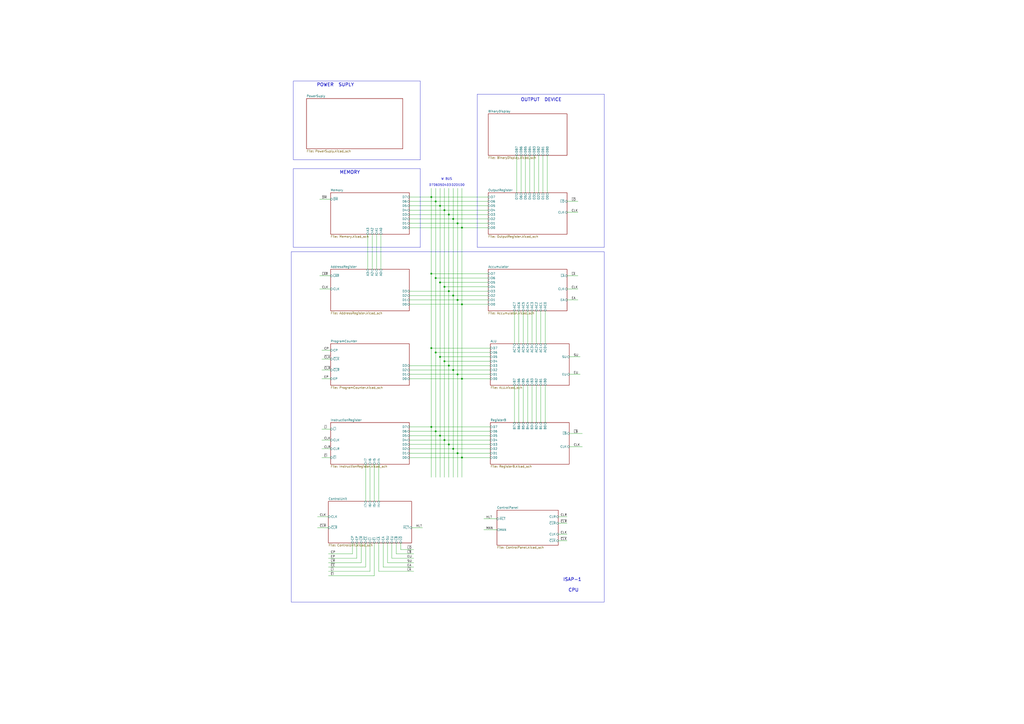
<source format=kicad_sch>
(kicad_sch
	(version 20231120)
	(generator "eeschema")
	(generator_version "8.0")
	(uuid "c1e9c670-7d58-43c6-a73f-cd33992344fa")
	(paper "A2")
	(title_block
		(title "ISAP-1 COMPUTER")
		(date "2024-11-27")
		(rev "Version 1")
		(comment 1 "by Linca Marius Gheorghe")
		(comment 3 "ISAP-1 Computer")
	)
	(lib_symbols)
	(junction
		(at 265.43 262.89)
		(diameter 0)
		(color 0 0 0 0)
		(uuid "11a53642-4eb8-4819-93d1-ae8bb224ac0f")
	)
	(junction
		(at 252.73 161.29)
		(diameter 0)
		(color 0 0 0 0)
		(uuid "1eedeee6-be75-4e52-888b-c468d4b6281d")
	)
	(junction
		(at 265.43 129.54)
		(diameter 0)
		(color 0 0 0 0)
		(uuid "210b1dcf-5a76-4443-95d6-b300f4104512")
	)
	(junction
		(at 250.19 201.93)
		(diameter 0)
		(color 0 0 0 0)
		(uuid "24a47a51-94a6-4059-8b57-75fc33abcbe9")
	)
	(junction
		(at 252.73 250.19)
		(diameter 0)
		(color 0 0 0 0)
		(uuid "2504e823-1f70-450a-a26a-12f5a77d342c")
	)
	(junction
		(at 267.97 132.08)
		(diameter 0)
		(color 0 0 0 0)
		(uuid "45608a8b-55c7-42dd-b74d-5f6bddc9729b")
	)
	(junction
		(at 257.81 166.37)
		(diameter 0)
		(color 0 0 0 0)
		(uuid "58bd0543-edbb-499f-a096-d09daa4ff6ed")
	)
	(junction
		(at 260.35 212.09)
		(diameter 0)
		(color 0 0 0 0)
		(uuid "59899231-3060-47f8-9161-926a4467c462")
	)
	(junction
		(at 260.35 257.81)
		(diameter 0)
		(color 0 0 0 0)
		(uuid "5a076b6b-fb43-4d13-bd9f-5d6ce31e3abf")
	)
	(junction
		(at 250.19 114.3)
		(diameter 0)
		(color 0 0 0 0)
		(uuid "66c5c74c-d3cd-4b33-871b-fe83619102db")
	)
	(junction
		(at 255.27 252.73)
		(diameter 0)
		(color 0 0 0 0)
		(uuid "6b0d62e0-6c68-4708-9626-b08a0890f2c1")
	)
	(junction
		(at 252.73 204.47)
		(diameter 0)
		(color 0 0 0 0)
		(uuid "7694f3b7-829b-4e4f-9e90-0917037aaae2")
	)
	(junction
		(at 260.35 124.46)
		(diameter 0)
		(color 0 0 0 0)
		(uuid "77860884-89b5-4b5d-8082-fb54caf57a02")
	)
	(junction
		(at 255.27 163.83)
		(diameter 0)
		(color 0 0 0 0)
		(uuid "831bfdba-bc0d-45ca-b0d4-f2e735c83ac9")
	)
	(junction
		(at 257.81 255.27)
		(diameter 0)
		(color 0 0 0 0)
		(uuid "9162e37c-8d60-4ce6-ae30-0c406ed56692")
	)
	(junction
		(at 250.19 247.65)
		(diameter 0)
		(color 0 0 0 0)
		(uuid "942e1116-8799-4776-b49d-55213dd4a532")
	)
	(junction
		(at 257.81 121.92)
		(diameter 0)
		(color 0 0 0 0)
		(uuid "9491d4e8-288a-426e-923b-fbd1ff659a46")
	)
	(junction
		(at 260.35 168.91)
		(diameter 0)
		(color 0 0 0 0)
		(uuid "96ecd1ca-9169-46e0-8e90-ec98171807d3")
	)
	(junction
		(at 250.19 158.75)
		(diameter 0)
		(color 0 0 0 0)
		(uuid "98c2b39e-24d5-46f2-9b87-ebda2a9a578b")
	)
	(junction
		(at 262.89 260.35)
		(diameter 0)
		(color 0 0 0 0)
		(uuid "add48287-873e-40f8-a20e-37e557239d70")
	)
	(junction
		(at 267.97 176.53)
		(diameter 0)
		(color 0 0 0 0)
		(uuid "aedab956-7bee-41a7-8d93-85f63a397ecf")
	)
	(junction
		(at 255.27 207.01)
		(diameter 0)
		(color 0 0 0 0)
		(uuid "b178d30e-05b1-4648-ae43-a80da30eb660")
	)
	(junction
		(at 262.89 127)
		(diameter 0)
		(color 0 0 0 0)
		(uuid "b43aad4f-98df-4b8f-b89c-b97034cee756")
	)
	(junction
		(at 267.97 219.71)
		(diameter 0)
		(color 0 0 0 0)
		(uuid "bd3b54b5-cc4f-4b96-a208-dec1e1b1d9a7")
	)
	(junction
		(at 267.97 265.43)
		(diameter 0)
		(color 0 0 0 0)
		(uuid "c2726cde-0363-487b-98b3-07df742ce205")
	)
	(junction
		(at 252.73 116.84)
		(diameter 0)
		(color 0 0 0 0)
		(uuid "c3e38979-7ad8-48ed-bb67-916276f329b8")
	)
	(junction
		(at 265.43 217.17)
		(diameter 0)
		(color 0 0 0 0)
		(uuid "d7a233b3-65d8-4a8a-b497-c3913152e24a")
	)
	(junction
		(at 257.81 209.55)
		(diameter 0)
		(color 0 0 0 0)
		(uuid "d8b93814-3aa2-4e46-b0d8-c8ddbda0f5ce")
	)
	(junction
		(at 265.43 173.99)
		(diameter 0)
		(color 0 0 0 0)
		(uuid "dc340eb5-ea5d-4cfa-b9e5-c9649923d771")
	)
	(junction
		(at 255.27 119.38)
		(diameter 0)
		(color 0 0 0 0)
		(uuid "e09ee8bf-a960-4006-bf42-9124ca987221")
	)
	(junction
		(at 262.89 214.63)
		(diameter 0)
		(color 0 0 0 0)
		(uuid "e998cfae-c1e6-45ad-868c-2d194a1e12c2")
	)
	(junction
		(at 262.89 171.45)
		(diameter 0)
		(color 0 0 0 0)
		(uuid "fcb69197-790e-4758-9b5c-9083878442da")
	)
	(wire
		(pts
			(xy 237.49 129.54) (xy 265.43 129.54)
		)
		(stroke
			(width 0)
			(type default)
		)
		(uuid "0065514a-31ce-4f51-bb21-5d51527891fe")
	)
	(wire
		(pts
			(xy 186.69 265.43) (xy 191.77 265.43)
		)
		(stroke
			(width 0)
			(type default)
		)
		(uuid "00c839a5-04fa-4938-b592-2593fb77a87b")
	)
	(wire
		(pts
			(xy 316.23 180.34) (xy 316.23 199.39)
		)
		(stroke
			(width 0)
			(type default)
		)
		(uuid "016c810f-510d-43b4-907a-44a4c06eabcf")
	)
	(wire
		(pts
			(xy 303.53 223.52) (xy 303.53 245.11)
		)
		(stroke
			(width 0)
			(type default)
		)
		(uuid "05bfda7a-2a6a-4a5a-9621-cab8b842c49e")
	)
	(wire
		(pts
			(xy 237.49 262.89) (xy 265.43 262.89)
		)
		(stroke
			(width 0)
			(type default)
		)
		(uuid "069e9541-2589-4802-b438-b2b2d7618ba0")
	)
	(wire
		(pts
			(xy 260.35 109.22) (xy 260.35 124.46)
		)
		(stroke
			(width 0)
			(type default)
		)
		(uuid "06a927be-565f-44b6-ab19-7f3615b59eb5")
	)
	(wire
		(pts
			(xy 207.01 314.96) (xy 207.01 323.85)
		)
		(stroke
			(width 0)
			(type default)
		)
		(uuid "0ad78d14-66fe-46c9-95c2-41faa9c8675b")
	)
	(wire
		(pts
			(xy 252.73 161.29) (xy 252.73 204.47)
		)
		(stroke
			(width 0)
			(type default)
		)
		(uuid "0b30ec3e-c2a9-4962-a646-0c61656ed217")
	)
	(wire
		(pts
			(xy 252.73 109.22) (xy 252.73 116.84)
		)
		(stroke
			(width 0)
			(type default)
		)
		(uuid "0d9123af-e60e-4b8a-8f9f-c47709cc80c9")
	)
	(wire
		(pts
			(xy 237.49 265.43) (xy 267.97 265.43)
		)
		(stroke
			(width 0)
			(type default)
		)
		(uuid "1111e8ae-ba9e-4f60-9b02-795c65370ef8")
	)
	(wire
		(pts
			(xy 190.5 334.01) (xy 217.17 334.01)
		)
		(stroke
			(width 0)
			(type default)
		)
		(uuid "138d6d24-dd86-4471-8719-4ad941b654cf")
	)
	(wire
		(pts
			(xy 237.49 257.81) (xy 260.35 257.81)
		)
		(stroke
			(width 0)
			(type default)
		)
		(uuid "150fdbea-4693-4e9e-8728-841b9c52b776")
	)
	(wire
		(pts
			(xy 237.49 217.17) (xy 265.43 217.17)
		)
		(stroke
			(width 0)
			(type default)
		)
		(uuid "196b6612-3483-435a-932e-23add02e11f5")
	)
	(wire
		(pts
			(xy 267.97 219.71) (xy 284.48 219.71)
		)
		(stroke
			(width 0)
			(type default)
		)
		(uuid "1d1409bc-41a3-460c-b15b-4165a0fbb994")
	)
	(wire
		(pts
			(xy 213.36 135.89) (xy 213.36 156.21)
		)
		(stroke
			(width 0)
			(type default)
		)
		(uuid "1d84605f-b624-4976-a451-d99907ccf0e9")
	)
	(wire
		(pts
			(xy 255.27 252.73) (xy 284.48 252.73)
		)
		(stroke
			(width 0)
			(type default)
		)
		(uuid "1f43489b-dc26-4dc9-a07b-27825a63319c")
	)
	(wire
		(pts
			(xy 308.61 180.34) (xy 308.61 199.39)
		)
		(stroke
			(width 0)
			(type default)
		)
		(uuid "22896f05-d71a-4acf-9996-06b344d0e3d4")
	)
	(wire
		(pts
			(xy 257.81 209.55) (xy 257.81 255.27)
		)
		(stroke
			(width 0)
			(type default)
		)
		(uuid "2725f8b5-e5ff-4eb0-a6df-d7a220f6c066")
	)
	(wire
		(pts
			(xy 237.49 250.19) (xy 252.73 250.19)
		)
		(stroke
			(width 0)
			(type default)
		)
		(uuid "28a2ae0f-c419-4f92-a202-4a8dfd5d06b4")
	)
	(wire
		(pts
			(xy 190.5 328.93) (xy 212.09 328.93)
		)
		(stroke
			(width 0)
			(type default)
		)
		(uuid "29264818-ad90-4e65-a644-173b76ed17e2")
	)
	(wire
		(pts
			(xy 237.49 124.46) (xy 260.35 124.46)
		)
		(stroke
			(width 0)
			(type default)
		)
		(uuid "29d553ad-1b2f-4d53-be6d-6fbdd9db2ded")
	)
	(wire
		(pts
			(xy 330.2 207.01) (xy 336.55 207.01)
		)
		(stroke
			(width 0)
			(type default)
		)
		(uuid "2afe3fe4-0c6a-4943-ac18-6f4590fa2c9b")
	)
	(wire
		(pts
			(xy 252.73 204.47) (xy 252.73 250.19)
		)
		(stroke
			(width 0)
			(type default)
		)
		(uuid "2d52d81b-ef80-4bd0-aeaa-ecf0748bc3e1")
	)
	(wire
		(pts
			(xy 250.19 247.65) (xy 250.19 276.86)
		)
		(stroke
			(width 0)
			(type default)
		)
		(uuid "2f3f14bb-3bca-468a-bd23-3121727dad64")
	)
	(wire
		(pts
			(xy 265.43 217.17) (xy 284.48 217.17)
		)
		(stroke
			(width 0)
			(type default)
		)
		(uuid "2fa70cce-d30e-4a72-8cbd-86db8996b385")
	)
	(wire
		(pts
			(xy 237.49 219.71) (xy 267.97 219.71)
		)
		(stroke
			(width 0)
			(type default)
		)
		(uuid "306d6c1e-63e2-4f47-a3d5-26ee1fc750d9")
	)
	(wire
		(pts
			(xy 312.42 90.17) (xy 312.42 111.76)
		)
		(stroke
			(width 0)
			(type default)
		)
		(uuid "31d2f82c-43c2-4ff8-b9b1-55212d0b5d0d")
	)
	(wire
		(pts
			(xy 237.49 173.99) (xy 265.43 173.99)
		)
		(stroke
			(width 0)
			(type default)
		)
		(uuid "34efb220-5071-42c5-9149-c0773e5253fa")
	)
	(wire
		(pts
			(xy 204.47 314.96) (xy 204.47 321.31)
		)
		(stroke
			(width 0)
			(type default)
		)
		(uuid "3815f418-d412-43b7-a3b5-3e8b1e06c394")
	)
	(wire
		(pts
			(xy 265.43 109.22) (xy 265.43 129.54)
		)
		(stroke
			(width 0)
			(type default)
		)
		(uuid "3879fe1c-1283-4831-b38c-eed765f42c5d")
	)
	(wire
		(pts
			(xy 185.42 167.64) (xy 191.77 167.64)
		)
		(stroke
			(width 0)
			(type default)
		)
		(uuid "39e40bde-4c4a-41d3-a76e-f2c0c4b7f4a7")
	)
	(wire
		(pts
			(xy 330.2 217.17) (xy 336.55 217.17)
		)
		(stroke
			(width 0)
			(type default)
		)
		(uuid "3c00988f-042f-4db8-b5de-d80b0c0efba2")
	)
	(wire
		(pts
			(xy 252.73 161.29) (xy 283.21 161.29)
		)
		(stroke
			(width 0)
			(type default)
		)
		(uuid "3c307579-55e0-4596-a92c-35a81c6e0e9b")
	)
	(wire
		(pts
			(xy 280.67 300.99) (xy 288.29 300.99)
		)
		(stroke
			(width 0)
			(type default)
		)
		(uuid "3edf5a37-539e-43a0-b668-578dce2acc3c")
	)
	(wire
		(pts
			(xy 229.87 321.31) (xy 240.03 321.31)
		)
		(stroke
			(width 0)
			(type default)
		)
		(uuid "3f129edf-97c8-4f3e-b3d4-fa6e696a01c6")
	)
	(wire
		(pts
			(xy 284.48 260.35) (xy 262.89 260.35)
		)
		(stroke
			(width 0)
			(type default)
		)
		(uuid "4058cd87-5859-4031-b49e-847839519a9d")
	)
	(wire
		(pts
			(xy 257.81 121.92) (xy 283.21 121.92)
		)
		(stroke
			(width 0)
			(type default)
		)
		(uuid "407750aa-17c6-469f-962b-94a24c208074")
	)
	(wire
		(pts
			(xy 222.25 314.96) (xy 222.25 328.93)
		)
		(stroke
			(width 0)
			(type default)
		)
		(uuid "40fbdc08-bc4b-48ac-bbcf-d39157ed9f9b")
	)
	(wire
		(pts
			(xy 237.49 119.38) (xy 255.27 119.38)
		)
		(stroke
			(width 0)
			(type default)
		)
		(uuid "4113d8d3-fdaf-48f7-b2a6-aedb3fda55bb")
	)
	(wire
		(pts
			(xy 227.33 323.85) (xy 240.03 323.85)
		)
		(stroke
			(width 0)
			(type default)
		)
		(uuid "4613dcfe-ff56-4277-af0a-10a4fff8d4ae")
	)
	(wire
		(pts
			(xy 250.19 201.93) (xy 284.48 201.93)
		)
		(stroke
			(width 0)
			(type default)
		)
		(uuid "47315148-fbd1-4e84-a477-e337fb5d8621")
	)
	(wire
		(pts
			(xy 265.43 129.54) (xy 283.21 129.54)
		)
		(stroke
			(width 0)
			(type default)
		)
		(uuid "4811e574-ef18-41fd-b3cd-f2f18aa659d5")
	)
	(wire
		(pts
			(xy 186.69 208.28) (xy 191.77 208.28)
		)
		(stroke
			(width 0)
			(type default)
		)
		(uuid "49353c12-f4d1-4e12-b225-a9d70b82f126")
	)
	(wire
		(pts
			(xy 238.76 306.07) (xy 245.11 306.07)
		)
		(stroke
			(width 0)
			(type default)
		)
		(uuid "4c437129-eb70-47e0-a38b-158c06d6521d")
	)
	(wire
		(pts
			(xy 252.73 250.19) (xy 284.48 250.19)
		)
		(stroke
			(width 0)
			(type default)
		)
		(uuid "4f04894a-3dd4-4404-8577-ce0935b064d4")
	)
	(wire
		(pts
			(xy 257.81 255.27) (xy 257.81 276.86)
		)
		(stroke
			(width 0)
			(type default)
		)
		(uuid "4f4c8e85-9a6d-4f2c-841a-50afbdcf48f2")
	)
	(wire
		(pts
			(xy 262.89 260.35) (xy 262.89 276.86)
		)
		(stroke
			(width 0)
			(type default)
		)
		(uuid "5000bf0f-91e7-4190-96f8-09a69a17fa8a")
	)
	(wire
		(pts
			(xy 255.27 207.01) (xy 255.27 252.73)
		)
		(stroke
			(width 0)
			(type default)
		)
		(uuid "50dae46a-6464-471b-8b28-06393cbbfe3f")
	)
	(wire
		(pts
			(xy 184.15 299.72) (xy 190.5 299.72)
		)
		(stroke
			(width 0)
			(type default)
		)
		(uuid "50dba88e-522f-4fef-aecc-5468553b6609")
	)
	(wire
		(pts
			(xy 262.89 214.63) (xy 284.48 214.63)
		)
		(stroke
			(width 0)
			(type default)
		)
		(uuid "51137fff-3b2d-4e4c-89e0-21bfe773f4b4")
	)
	(wire
		(pts
			(xy 185.42 115.57) (xy 191.77 115.57)
		)
		(stroke
			(width 0)
			(type default)
		)
		(uuid "511424b3-1ca1-464a-b424-a97f255401de")
	)
	(wire
		(pts
			(xy 250.19 247.65) (xy 284.48 247.65)
		)
		(stroke
			(width 0)
			(type default)
		)
		(uuid "53a898b1-9a50-411f-a5cf-d42b04e21ecc")
	)
	(wire
		(pts
			(xy 250.19 114.3) (xy 250.19 158.75)
		)
		(stroke
			(width 0)
			(type default)
		)
		(uuid "543ca0db-c457-449f-a88e-0d23f2edeb5a")
	)
	(wire
		(pts
			(xy 237.49 121.92) (xy 257.81 121.92)
		)
		(stroke
			(width 0)
			(type default)
		)
		(uuid "55275046-72a0-40ac-a3db-8b3e3ae71ba1")
	)
	(wire
		(pts
			(xy 313.69 223.52) (xy 313.69 245.11)
		)
		(stroke
			(width 0)
			(type default)
		)
		(uuid "5765b175-6b9c-4d5a-a757-32df260f65d4")
	)
	(wire
		(pts
			(xy 328.93 160.02) (xy 335.28 160.02)
		)
		(stroke
			(width 0)
			(type default)
		)
		(uuid "590275d4-36b3-4855-9fc2-5149c08d2faf")
	)
	(wire
		(pts
			(xy 262.89 171.45) (xy 262.89 214.63)
		)
		(stroke
			(width 0)
			(type default)
		)
		(uuid "5c37da47-0464-4384-b434-142370aeeaf9")
	)
	(wire
		(pts
			(xy 237.49 255.27) (xy 257.81 255.27)
		)
		(stroke
			(width 0)
			(type default)
		)
		(uuid "5db16a33-b32e-409b-9b01-70bc277595c0")
	)
	(wire
		(pts
			(xy 257.81 255.27) (xy 284.48 255.27)
		)
		(stroke
			(width 0)
			(type default)
		)
		(uuid "5f09eb81-85c6-4581-8029-5069c4f74752")
	)
	(wire
		(pts
			(xy 298.45 223.52) (xy 298.45 245.11)
		)
		(stroke
			(width 0)
			(type default)
		)
		(uuid "605be417-ae5e-4e18-868d-b49315858066")
	)
	(wire
		(pts
			(xy 260.35 257.81) (xy 260.35 276.86)
		)
		(stroke
			(width 0)
			(type default)
		)
		(uuid "63fea058-b3bc-4038-ac3b-651c961ba0e2")
	)
	(wire
		(pts
			(xy 232.41 318.77) (xy 240.03 318.77)
		)
		(stroke
			(width 0)
			(type default)
		)
		(uuid "65aad09c-d421-40de-af24-4e981cec8d04")
	)
	(wire
		(pts
			(xy 255.27 163.83) (xy 255.27 207.01)
		)
		(stroke
			(width 0)
			(type default)
		)
		(uuid "66afe545-ba0b-4620-bfdd-5de4adc766ae")
	)
	(wire
		(pts
			(xy 237.49 176.53) (xy 267.97 176.53)
		)
		(stroke
			(width 0)
			(type default)
		)
		(uuid "673654b7-7565-486d-80d9-ee6356deffb7")
	)
	(wire
		(pts
			(xy 237.49 212.09) (xy 260.35 212.09)
		)
		(stroke
			(width 0)
			(type default)
		)
		(uuid "67637caa-b0d1-472e-b1f2-9fb60aad0196")
	)
	(wire
		(pts
			(xy 255.27 252.73) (xy 255.27 276.86)
		)
		(stroke
			(width 0)
			(type default)
		)
		(uuid "678191e0-2053-4ec7-91e8-45414d76573a")
	)
	(wire
		(pts
			(xy 323.85 309.88) (xy 328.93 309.88)
		)
		(stroke
			(width 0)
			(type default)
		)
		(uuid "67c93448-014f-4ec2-9f20-6ceffe959691")
	)
	(wire
		(pts
			(xy 190.5 331.47) (xy 214.63 331.47)
		)
		(stroke
			(width 0)
			(type default)
		)
		(uuid "696ac487-0f44-4f5c-9868-09306e67bef8")
	)
	(wire
		(pts
			(xy 184.15 306.07) (xy 190.5 306.07)
		)
		(stroke
			(width 0)
			(type default)
		)
		(uuid "69ca837d-9849-4713-8368-3bf3943de23c")
	)
	(wire
		(pts
			(xy 304.8 90.17) (xy 304.8 111.76)
		)
		(stroke
			(width 0)
			(type default)
		)
		(uuid "6b84e0a9-9bf3-4e34-9fcb-3e0ef338fe9a")
	)
	(wire
		(pts
			(xy 209.55 314.96) (xy 209.55 326.39)
		)
		(stroke
			(width 0)
			(type default)
		)
		(uuid "703aa19b-7e3f-4039-9ecf-7e94be17351f")
	)
	(wire
		(pts
			(xy 328.93 123.19) (xy 335.28 123.19)
		)
		(stroke
			(width 0)
			(type default)
		)
		(uuid "72bd9fb1-4a8b-46ac-8c84-332c51384834")
	)
	(wire
		(pts
			(xy 267.97 265.43) (xy 284.48 265.43)
		)
		(stroke
			(width 0)
			(type default)
		)
		(uuid "7359b963-8969-4a8a-bf6a-784051c26668")
	)
	(wire
		(pts
			(xy 303.53 180.34) (xy 303.53 199.39)
		)
		(stroke
			(width 0)
			(type default)
		)
		(uuid "7442b34a-ba33-4205-93db-e523bfca117d")
	)
	(wire
		(pts
			(xy 212.09 269.24) (xy 212.09 290.83)
		)
		(stroke
			(width 0)
			(type default)
		)
		(uuid "745ce927-410f-4b88-a95a-9eb9c24a57cc")
	)
	(wire
		(pts
			(xy 186.69 248.92) (xy 191.77 248.92)
		)
		(stroke
			(width 0)
			(type default)
		)
		(uuid "747bddf0-606d-428b-aaa5-4c7f09b979af")
	)
	(wire
		(pts
			(xy 257.81 209.55) (xy 284.48 209.55)
		)
		(stroke
			(width 0)
			(type default)
		)
		(uuid "75add170-d5e1-44ed-a0e1-d34fb56e9e4a")
	)
	(wire
		(pts
			(xy 250.19 201.93) (xy 250.19 247.65)
		)
		(stroke
			(width 0)
			(type default)
		)
		(uuid "790348b8-228b-4a1b-8677-3e9def133a41")
	)
	(wire
		(pts
			(xy 300.99 223.52) (xy 300.99 245.11)
		)
		(stroke
			(width 0)
			(type default)
		)
		(uuid "7937b861-e80d-4521-84a8-85a0ace7d27f")
	)
	(wire
		(pts
			(xy 186.69 260.35) (xy 191.77 260.35)
		)
		(stroke
			(width 0)
			(type default)
		)
		(uuid "7a22bc2f-2b23-4ec6-b80a-0b07717ef84c")
	)
	(wire
		(pts
			(xy 267.97 219.71) (xy 267.97 265.43)
		)
		(stroke
			(width 0)
			(type default)
		)
		(uuid "7e490454-ba38-4f3a-b039-75a028ba215e")
	)
	(wire
		(pts
			(xy 257.81 166.37) (xy 257.81 209.55)
		)
		(stroke
			(width 0)
			(type default)
		)
		(uuid "7ea14503-7516-41ea-8ba8-39828d704e57")
	)
	(wire
		(pts
			(xy 267.97 176.53) (xy 283.21 176.53)
		)
		(stroke
			(width 0)
			(type default)
		)
		(uuid "802044e5-8928-4514-b02f-eb974de98f8c")
	)
	(wire
		(pts
			(xy 232.41 314.96) (xy 232.41 318.77)
		)
		(stroke
			(width 0)
			(type default)
		)
		(uuid "815e2033-83f4-467a-9f32-fc18d6c1da28")
	)
	(wire
		(pts
			(xy 252.73 116.84) (xy 252.73 161.29)
		)
		(stroke
			(width 0)
			(type default)
		)
		(uuid "823e0f37-5988-4f40-bd97-696c774dfa7a")
	)
	(wire
		(pts
			(xy 323.85 313.69) (xy 328.93 313.69)
		)
		(stroke
			(width 0)
			(type default)
		)
		(uuid "82e777da-abc1-4ff6-9d20-bdd7ace2c631")
	)
	(wire
		(pts
			(xy 250.19 109.22) (xy 250.19 114.3)
		)
		(stroke
			(width 0)
			(type default)
		)
		(uuid "840e43ed-69f4-4ade-8749-44efc763c837")
	)
	(wire
		(pts
			(xy 215.9 135.89) (xy 215.9 156.21)
		)
		(stroke
			(width 0)
			(type default)
		)
		(uuid "84428315-ec3c-4f85-b61f-3aa831fdc2c6")
	)
	(wire
		(pts
			(xy 214.63 314.96) (xy 214.63 331.47)
		)
		(stroke
			(width 0)
			(type default)
		)
		(uuid "894adb73-cdca-4419-b79c-246a0e08a42d")
	)
	(wire
		(pts
			(xy 262.89 127) (xy 262.89 171.45)
		)
		(stroke
			(width 0)
			(type default)
		)
		(uuid "89882b36-9bb8-4015-9378-b68e5fec4fdd")
	)
	(wire
		(pts
			(xy 260.35 168.91) (xy 283.21 168.91)
		)
		(stroke
			(width 0)
			(type default)
		)
		(uuid "8b51c12d-f18d-4a8e-a1d2-9eda9118325f")
	)
	(wire
		(pts
			(xy 220.98 135.89) (xy 220.98 156.21)
		)
		(stroke
			(width 0)
			(type default)
		)
		(uuid "8bd89fd1-e396-4e73-9276-de49a5333c9a")
	)
	(wire
		(pts
			(xy 224.79 314.96) (xy 224.79 326.39)
		)
		(stroke
			(width 0)
			(type default)
		)
		(uuid "8d1710d6-d0ca-4a65-9310-26aa47a9d492")
	)
	(wire
		(pts
			(xy 265.43 173.99) (xy 283.21 173.99)
		)
		(stroke
			(width 0)
			(type default)
		)
		(uuid "8f5f4505-4c37-4ddd-8e63-ba47e78ecc3e")
	)
	(wire
		(pts
			(xy 311.15 180.34) (xy 311.15 199.39)
		)
		(stroke
			(width 0)
			(type default)
		)
		(uuid "8fa34904-cfeb-4b86-8e78-1baca2db69c8")
	)
	(wire
		(pts
			(xy 262.89 171.45) (xy 283.21 171.45)
		)
		(stroke
			(width 0)
			(type default)
		)
		(uuid "91b434a4-6ce7-4c84-aedc-69d60da6eef3")
	)
	(wire
		(pts
			(xy 252.73 204.47) (xy 284.48 204.47)
		)
		(stroke
			(width 0)
			(type default)
		)
		(uuid "91db85b5-01a9-4000-821e-18a9fd3e6c84")
	)
	(wire
		(pts
			(xy 306.07 180.34) (xy 306.07 199.39)
		)
		(stroke
			(width 0)
			(type default)
		)
		(uuid "93cd0da8-f49f-4097-b4db-0cc810321023")
	)
	(wire
		(pts
			(xy 237.49 127) (xy 262.89 127)
		)
		(stroke
			(width 0)
			(type default)
		)
		(uuid "953166e9-3438-47c5-9b43-c9148bad7053")
	)
	(wire
		(pts
			(xy 224.79 326.39) (xy 240.03 326.39)
		)
		(stroke
			(width 0)
			(type default)
		)
		(uuid "9755206c-cc10-4a9b-a8b3-3cb5c5f1b582")
	)
	(wire
		(pts
			(xy 328.93 173.99) (xy 335.28 173.99)
		)
		(stroke
			(width 0)
			(type default)
		)
		(uuid "9949ab88-0187-4d9f-b526-a1a521052056")
	)
	(wire
		(pts
			(xy 267.97 132.08) (xy 267.97 176.53)
		)
		(stroke
			(width 0)
			(type default)
		)
		(uuid "9bb29972-7bfc-458f-8118-3a9986176127")
	)
	(wire
		(pts
			(xy 217.17 314.96) (xy 217.17 334.01)
		)
		(stroke
			(width 0)
			(type default)
		)
		(uuid "9d02cb19-2b80-46cf-8f1e-175a5139fda8")
	)
	(wire
		(pts
			(xy 222.25 328.93) (xy 240.03 328.93)
		)
		(stroke
			(width 0)
			(type default)
		)
		(uuid "9d681517-940b-4d5b-a2fb-52444a41e19b")
	)
	(wire
		(pts
			(xy 262.89 214.63) (xy 262.89 260.35)
		)
		(stroke
			(width 0)
			(type default)
		)
		(uuid "9d6e93f3-207f-4dad-bb7f-27ceeb514dd8")
	)
	(wire
		(pts
			(xy 265.43 217.17) (xy 265.43 262.89)
		)
		(stroke
			(width 0)
			(type default)
		)
		(uuid "9d7b845d-3a9a-4e2a-be5a-44f82175e0a2")
	)
	(wire
		(pts
			(xy 237.49 247.65) (xy 250.19 247.65)
		)
		(stroke
			(width 0)
			(type default)
		)
		(uuid "9de41839-755a-4f6d-b796-9b47b4cf0391")
	)
	(wire
		(pts
			(xy 237.49 132.08) (xy 267.97 132.08)
		)
		(stroke
			(width 0)
			(type default)
		)
		(uuid "9f1793c8-bb79-425f-a829-b9a3ce2a0650")
	)
	(wire
		(pts
			(xy 265.43 262.89) (xy 284.48 262.89)
		)
		(stroke
			(width 0)
			(type default)
		)
		(uuid "9fffe9e5-cae3-4ff3-bb24-667dfde9017c")
	)
	(wire
		(pts
			(xy 265.43 173.99) (xy 265.43 217.17)
		)
		(stroke
			(width 0)
			(type default)
		)
		(uuid "a1231009-bd4b-4bf6-a05b-00a6310ad54b")
	)
	(wire
		(pts
			(xy 257.81 109.22) (xy 257.81 121.92)
		)
		(stroke
			(width 0)
			(type default)
		)
		(uuid "a1ebfb4d-2ed8-4af5-a3ae-f320956149da")
	)
	(wire
		(pts
			(xy 323.85 299.72) (xy 328.93 299.72)
		)
		(stroke
			(width 0)
			(type default)
		)
		(uuid "a6fdd3ec-e3d2-49eb-b722-e9f00ebbc9bd")
	)
	(wire
		(pts
			(xy 267.97 176.53) (xy 267.97 219.71)
		)
		(stroke
			(width 0)
			(type default)
		)
		(uuid "a856ff59-e477-46b5-83f6-005e2725f0e7")
	)
	(wire
		(pts
			(xy 260.35 124.46) (xy 283.21 124.46)
		)
		(stroke
			(width 0)
			(type default)
		)
		(uuid "ab65950b-ad4d-433b-8f65-0acde5918f99")
	)
	(wire
		(pts
			(xy 190.5 326.39) (xy 209.55 326.39)
		)
		(stroke
			(width 0)
			(type default)
		)
		(uuid "acf15486-948c-4af5-9c83-3b51ae6362af")
	)
	(wire
		(pts
			(xy 186.69 203.2) (xy 191.77 203.2)
		)
		(stroke
			(width 0)
			(type default)
		)
		(uuid "af4fa46a-32fc-45ab-9af4-93e41268a07d")
	)
	(wire
		(pts
			(xy 237.49 171.45) (xy 262.89 171.45)
		)
		(stroke
			(width 0)
			(type default)
		)
		(uuid "b08b7312-4ab8-4c01-b4dd-2f571f5e05a3")
	)
	(wire
		(pts
			(xy 257.81 166.37) (xy 283.21 166.37)
		)
		(stroke
			(width 0)
			(type default)
		)
		(uuid "b1b2743e-031d-48c0-afed-cb5f000c766e")
	)
	(wire
		(pts
			(xy 299.72 90.17) (xy 299.72 111.76)
		)
		(stroke
			(width 0)
			(type default)
		)
		(uuid "b1efd5d2-ff46-4121-a5f1-b58eb8cab3f2")
	)
	(wire
		(pts
			(xy 260.35 212.09) (xy 260.35 257.81)
		)
		(stroke
			(width 0)
			(type default)
		)
		(uuid "b44d70ce-04c7-48db-af43-c6464cbf188c")
	)
	(wire
		(pts
			(xy 252.73 250.19) (xy 252.73 276.86)
		)
		(stroke
			(width 0)
			(type default)
		)
		(uuid "b5d6cb51-3a17-40d1-bf2c-2b7cf0735f24")
	)
	(wire
		(pts
			(xy 237.49 168.91) (xy 260.35 168.91)
		)
		(stroke
			(width 0)
			(type default)
		)
		(uuid "b7ca5e55-9f75-4bab-adab-868789bc0367")
	)
	(wire
		(pts
			(xy 219.71 314.96) (xy 219.71 331.47)
		)
		(stroke
			(width 0)
			(type default)
		)
		(uuid "bc380d3c-dc51-4512-b47c-a6f5aa35fc90")
	)
	(wire
		(pts
			(xy 330.2 251.46) (xy 337.82 251.46)
		)
		(stroke
			(width 0)
			(type default)
		)
		(uuid "bd7d04e4-92f8-498d-b77f-9832574dd2ec")
	)
	(wire
		(pts
			(xy 237.49 116.84) (xy 252.73 116.84)
		)
		(stroke
			(width 0)
			(type default)
		)
		(uuid "bec2917d-4d98-4eb2-98a8-5ceb776c4772")
	)
	(wire
		(pts
			(xy 316.23 223.52) (xy 316.23 245.11)
		)
		(stroke
			(width 0)
			(type default)
		)
		(uuid "c10c6bee-6e75-40ff-9b21-808aa59e944c")
	)
	(wire
		(pts
			(xy 186.69 255.27) (xy 191.77 255.27)
		)
		(stroke
			(width 0)
			(type default)
		)
		(uuid "c155c0f2-1208-4c2f-b9da-16596228c62f")
	)
	(wire
		(pts
			(xy 298.45 180.34) (xy 298.45 199.39)
		)
		(stroke
			(width 0)
			(type default)
		)
		(uuid "c17780ef-9152-4e5e-b339-cab72a5bf5d7")
	)
	(wire
		(pts
			(xy 260.35 124.46) (xy 260.35 168.91)
		)
		(stroke
			(width 0)
			(type default)
		)
		(uuid "c1e97952-bd20-4447-b779-e4bcacb6078b")
	)
	(wire
		(pts
			(xy 212.09 314.96) (xy 212.09 328.93)
		)
		(stroke
			(width 0)
			(type default)
		)
		(uuid "c1fd8436-9cd5-4e1d-8cb5-846e9680ebc5")
	)
	(wire
		(pts
			(xy 255.27 119.38) (xy 255.27 163.83)
		)
		(stroke
			(width 0)
			(type default)
		)
		(uuid "c27d1d08-7f64-4063-87bc-68321610e505")
	)
	(wire
		(pts
			(xy 307.34 90.17) (xy 307.34 111.76)
		)
		(stroke
			(width 0)
			(type default)
		)
		(uuid "c2b71f94-bd14-4818-b4a7-04b8165ee191")
	)
	(wire
		(pts
			(xy 328.93 167.64) (xy 335.28 167.64)
		)
		(stroke
			(width 0)
			(type default)
		)
		(uuid "c5e7bfdf-100c-4c1d-84cf-c393933d886d")
	)
	(wire
		(pts
			(xy 262.89 127) (xy 283.21 127)
		)
		(stroke
			(width 0)
			(type default)
		)
		(uuid "c64e6b23-444c-49f6-8619-95bab3508db1")
	)
	(wire
		(pts
			(xy 250.19 114.3) (xy 283.21 114.3)
		)
		(stroke
			(width 0)
			(type default)
		)
		(uuid "c677235f-70dd-4aa8-8961-a63029e7ad54")
	)
	(wire
		(pts
			(xy 237.49 260.35) (xy 262.89 260.35)
		)
		(stroke
			(width 0)
			(type default)
		)
		(uuid "c8a62df9-bb5a-4244-9edf-0939ddbd57d7")
	)
	(wire
		(pts
			(xy 309.88 90.17) (xy 309.88 111.76)
		)
		(stroke
			(width 0)
			(type default)
		)
		(uuid "ca3007d3-f0d9-4276-9d0b-ab2a07756c39")
	)
	(wire
		(pts
			(xy 190.5 323.85) (xy 207.01 323.85)
		)
		(stroke
			(width 0)
			(type default)
		)
		(uuid "ca831192-f1d6-4631-948c-361f740dbf67")
	)
	(wire
		(pts
			(xy 219.71 331.47) (xy 240.03 331.47)
		)
		(stroke
			(width 0)
			(type default)
		)
		(uuid "cbb1fee3-e154-475c-b3a3-b9b36a679cb6")
	)
	(wire
		(pts
			(xy 255.27 109.22) (xy 255.27 119.38)
		)
		(stroke
			(width 0)
			(type default)
		)
		(uuid "cc410958-28b1-4472-ac45-bcb333c94c5b")
	)
	(wire
		(pts
			(xy 229.87 314.96) (xy 229.87 321.31)
		)
		(stroke
			(width 0)
			(type default)
		)
		(uuid "cf52be54-d465-49d1-9c45-b4615c08d604")
	)
	(wire
		(pts
			(xy 330.2 259.08) (xy 337.82 259.08)
		)
		(stroke
			(width 0)
			(type default)
		)
		(uuid "d0604690-fefa-4e05-8274-23afe96dc530")
	)
	(wire
		(pts
			(xy 214.63 269.24) (xy 214.63 290.83)
		)
		(stroke
			(width 0)
			(type default)
		)
		(uuid "d07fa75b-f4a4-4474-9999-d773d10d7f60")
	)
	(wire
		(pts
			(xy 255.27 119.38) (xy 283.21 119.38)
		)
		(stroke
			(width 0)
			(type default)
		)
		(uuid "d0b04585-e49e-415e-b1b2-b8643d79d176")
	)
	(wire
		(pts
			(xy 306.07 223.52) (xy 306.07 245.11)
		)
		(stroke
			(width 0)
			(type default)
		)
		(uuid "d2744cc1-b2d1-4188-8172-25de3b70ced6")
	)
	(wire
		(pts
			(xy 267.97 265.43) (xy 267.97 276.86)
		)
		(stroke
			(width 0)
			(type default)
		)
		(uuid "d30e6884-38e9-47e0-8a99-3ed711732fa4")
	)
	(wire
		(pts
			(xy 237.49 252.73) (xy 255.27 252.73)
		)
		(stroke
			(width 0)
			(type default)
		)
		(uuid "d4e9334b-d9f0-4ef6-8c7e-81bdddb9b467")
	)
	(wire
		(pts
			(xy 260.35 212.09) (xy 284.48 212.09)
		)
		(stroke
			(width 0)
			(type default)
		)
		(uuid "d5146701-ba71-4d65-9d3b-e669eeb8cf95")
	)
	(wire
		(pts
			(xy 186.69 214.63) (xy 191.77 214.63)
		)
		(stroke
			(width 0)
			(type default)
		)
		(uuid "d6ae5ff9-2d3e-42e0-98a7-cc59f44f469c")
	)
	(wire
		(pts
			(xy 283.21 163.83) (xy 255.27 163.83)
		)
		(stroke
			(width 0)
			(type default)
		)
		(uuid "d6c67a03-dc29-4d31-a0d5-f2925b57b3a3")
	)
	(wire
		(pts
			(xy 267.97 109.22) (xy 267.97 132.08)
		)
		(stroke
			(width 0)
			(type default)
		)
		(uuid "da957479-4250-4802-84d5-8452501a1b35")
	)
	(wire
		(pts
			(xy 280.67 307.34) (xy 288.29 307.34)
		)
		(stroke
			(width 0)
			(type default)
		)
		(uuid "db7c5201-354b-4963-a3a5-630dd3ba2ba2")
	)
	(wire
		(pts
			(xy 317.5 90.17) (xy 317.5 111.76)
		)
		(stroke
			(width 0)
			(type default)
		)
		(uuid "df5f8782-72e1-458b-af63-e61750e67797")
	)
	(wire
		(pts
			(xy 186.69 219.71) (xy 191.77 219.71)
		)
		(stroke
			(width 0)
			(type default)
		)
		(uuid "e13340e1-f5eb-47fe-bb93-f6205397a2d5")
	)
	(wire
		(pts
			(xy 237.49 214.63) (xy 262.89 214.63)
		)
		(stroke
			(width 0)
			(type default)
		)
		(uuid "e1ec7433-ad6a-4348-91e0-8b8237e121eb")
	)
	(wire
		(pts
			(xy 265.43 262.89) (xy 265.43 276.86)
		)
		(stroke
			(width 0)
			(type default)
		)
		(uuid "e287d29a-ca67-4d1e-92cb-e8e8a1b80dc7")
	)
	(wire
		(pts
			(xy 218.44 135.89) (xy 218.44 156.21)
		)
		(stroke
			(width 0)
			(type default)
		)
		(uuid "e3494916-58a7-4b17-b7ae-9bbefc19bfc3")
	)
	(wire
		(pts
			(xy 190.5 321.31) (xy 204.47 321.31)
		)
		(stroke
			(width 0)
			(type default)
		)
		(uuid "e5c074ae-adc7-4270-a717-bdb24f93f0f5")
	)
	(wire
		(pts
			(xy 302.26 90.17) (xy 302.26 111.76)
		)
		(stroke
			(width 0)
			(type default)
		)
		(uuid "e5e54f51-f7bb-47f1-aab0-74f52f6b7090")
	)
	(wire
		(pts
			(xy 217.17 269.24) (xy 217.17 290.83)
		)
		(stroke
			(width 0)
			(type default)
		)
		(uuid "e6decf62-7d55-46b6-9354-b37433997b2f")
	)
	(wire
		(pts
			(xy 260.35 168.91) (xy 260.35 212.09)
		)
		(stroke
			(width 0)
			(type default)
		)
		(uuid "e7b81665-88fb-4559-bd6c-24ce93dbcb21")
	)
	(wire
		(pts
			(xy 257.81 121.92) (xy 257.81 166.37)
		)
		(stroke
			(width 0)
			(type default)
		)
		(uuid "e7ebe38f-18a7-4922-a768-642a95677ade")
	)
	(wire
		(pts
			(xy 267.97 132.08) (xy 283.21 132.08)
		)
		(stroke
			(width 0)
			(type default)
		)
		(uuid "e95b091f-aea2-4bf9-ab76-0d420b675367")
	)
	(wire
		(pts
			(xy 308.61 223.52) (xy 308.61 245.11)
		)
		(stroke
			(width 0)
			(type default)
		)
		(uuid "ea566f1d-dc25-4cf2-ad35-b156369e7db1")
	)
	(wire
		(pts
			(xy 255.27 207.01) (xy 284.48 207.01)
		)
		(stroke
			(width 0)
			(type default)
		)
		(uuid "ea59e216-1d93-491b-912d-77598eebed05")
	)
	(wire
		(pts
			(xy 237.49 114.3) (xy 250.19 114.3)
		)
		(stroke
			(width 0)
			(type default)
		)
		(uuid "ea75d876-a097-4898-9dd5-b2949e4f2461")
	)
	(wire
		(pts
			(xy 300.99 180.34) (xy 300.99 199.39)
		)
		(stroke
			(width 0)
			(type default)
		)
		(uuid "eb6027a8-0b22-4c47-b961-09f4347e266b")
	)
	(wire
		(pts
			(xy 250.19 158.75) (xy 250.19 201.93)
		)
		(stroke
			(width 0)
			(type default)
		)
		(uuid "ebbd5246-6341-491c-ab71-7493c0bbda78")
	)
	(wire
		(pts
			(xy 262.89 109.22) (xy 262.89 127)
		)
		(stroke
			(width 0)
			(type default)
		)
		(uuid "ee5e05b4-0427-4fce-b2f8-ce7a6b3110f1")
	)
	(wire
		(pts
			(xy 311.15 223.52) (xy 311.15 245.11)
		)
		(stroke
			(width 0)
			(type default)
		)
		(uuid "ee7c1bb7-41bf-4ce0-bdb9-40a633633cdb")
	)
	(wire
		(pts
			(xy 227.33 314.96) (xy 227.33 323.85)
		)
		(stroke
			(width 0)
			(type default)
		)
		(uuid "f32933bc-3949-46c0-8796-821a38b06e90")
	)
	(wire
		(pts
			(xy 314.96 90.17) (xy 314.96 111.76)
		)
		(stroke
			(width 0)
			(type default)
		)
		(uuid "f3f68762-5300-437f-bb33-495c1d7e4e9b")
	)
	(wire
		(pts
			(xy 185.42 160.02) (xy 191.77 160.02)
		)
		(stroke
			(width 0)
			(type default)
		)
		(uuid "f6450087-1590-4ced-8838-604c1f8bf096")
	)
	(wire
		(pts
			(xy 252.73 116.84) (xy 283.21 116.84)
		)
		(stroke
			(width 0)
			(type default)
		)
		(uuid "f78de4b6-2711-4e76-b094-2b2fb0701845")
	)
	(wire
		(pts
			(xy 323.85 303.53) (xy 328.93 303.53)
		)
		(stroke
			(width 0)
			(type default)
		)
		(uuid "f8225707-f056-4a44-b62b-47346a46696b")
	)
	(wire
		(pts
			(xy 313.69 180.34) (xy 313.69 199.39)
		)
		(stroke
			(width 0)
			(type default)
		)
		(uuid "f8f3d475-4d65-446e-9b4c-5aed2de1ee98")
	)
	(wire
		(pts
			(xy 265.43 129.54) (xy 265.43 173.99)
		)
		(stroke
			(width 0)
			(type default)
		)
		(uuid "f97e7214-eaf4-4972-a0c8-8e2dfb7bda35")
	)
	(wire
		(pts
			(xy 260.35 257.81) (xy 284.48 257.81)
		)
		(stroke
			(width 0)
			(type default)
		)
		(uuid "fbb41f59-ba45-47a9-a801-775b092cc6b4")
	)
	(wire
		(pts
			(xy 250.19 158.75) (xy 283.21 158.75)
		)
		(stroke
			(width 0)
			(type default)
		)
		(uuid "fe5e71e6-e77b-406b-8eb8-64edd40db0c1")
	)
	(wire
		(pts
			(xy 219.71 269.24) (xy 219.71 290.83)
		)
		(stroke
			(width 0)
			(type default)
		)
		(uuid "fe9aeed4-ab56-424e-b611-1712ae2c13f3")
	)
	(wire
		(pts
			(xy 328.93 116.84) (xy 335.28 116.84)
		)
		(stroke
			(width 0)
			(type default)
		)
		(uuid "ff40d861-4332-41ad-ad5b-190e8d072bd7")
	)
	(rectangle
		(start 170.18 97.79)
		(end 243.84 143.51)
		(stroke
			(width 0)
			(type default)
		)
		(fill
			(type none)
		)
		(uuid 2975b58c-d96b-4fba-b91a-add3dd4e227e)
	)
	(rectangle
		(start 170.18 46.99)
		(end 243.84 92.71)
		(stroke
			(width 0)
			(type default)
		)
		(fill
			(type none)
		)
		(uuid 3ed1aa2f-1250-4597-9a79-1d72abbe8564)
	)
	(rectangle
		(start 276.86 54.61)
		(end 350.52 143.51)
		(stroke
			(width 0)
			(type default)
		)
		(fill
			(type none)
		)
		(uuid 64b160c7-626a-47bd-bc44-5d7ca41a7783)
	)
	(rectangle
		(start 168.91 146.05)
		(end 350.52 349.25)
		(stroke
			(width 0)
			(type default)
		)
		(fill
			(type none)
		)
		(uuid ee7733f0-229d-4cc6-aa04-3dec9252c11b)
	)
	(text "POWER  SUPLY"
		(exclude_from_sim no)
		(at 194.564 49.276 0)
		(effects
			(font
				(size 1.905 1.905)
				(thickness 0.254)
				(bold yes)
			)
		)
		(uuid "157e4282-0b23-4e10-9cb4-36ae3317f2aa")
	)
	(text "D4"
		(exclude_from_sim no)
		(at 257.81 107.442 0)
		(effects
			(font
				(size 1.27 1.27)
			)
		)
		(uuid "2c4589b6-5a8a-466a-90e2-44d7c098c83a")
	)
	(text "ISAP-1\n \n CPU"
		(exclude_from_sim no)
		(at 331.978 339.344 0)
		(effects
			(font
				(size 1.905 1.905)
				(thickness 0.254)
				(bold yes)
			)
		)
		(uuid "353159a5-740c-4cdc-ba91-56c96eff38fa")
	)
	(text "D1"
		(exclude_from_sim no)
		(at 265.684 107.442 0)
		(effects
			(font
				(size 1.27 1.27)
			)
		)
		(uuid "3e348445-ce4a-428f-b871-548d453f26ab")
	)
	(text "W BUS"
		(exclude_from_sim no)
		(at 259.08 103.886 0)
		(effects
			(font
				(size 1.27 1.27)
			)
		)
		(uuid "51e25c99-6dcc-4276-9073-c07490f203c2")
	)
	(text "D6"
		(exclude_from_sim no)
		(at 252.73 107.442 0)
		(effects
			(font
				(size 1.27 1.27)
			)
		)
		(uuid "5d9bdb1c-d1d7-4af9-a004-ebfd1234ee25")
	)
	(text "D3"
		(exclude_from_sim no)
		(at 260.35 107.442 0)
		(effects
			(font
				(size 1.27 1.27)
			)
		)
		(uuid "7b7a29db-d8aa-40cb-8504-2722813c3d80")
	)
	(text "D7"
		(exclude_from_sim no)
		(at 250.19 107.442 0)
		(effects
			(font
				(size 1.27 1.27)
			)
		)
		(uuid "8e6f83d1-8b78-4910-89be-0885da15387e")
	)
	(text "D5"
		(exclude_from_sim no)
		(at 255.27 107.442 0)
		(effects
			(font
				(size 1.27 1.27)
			)
		)
		(uuid "931dbd3c-1b58-407b-9806-9a328f6b1966")
	)
	(text "D0"
		(exclude_from_sim no)
		(at 268.224 107.442 0)
		(effects
			(font
				(size 1.27 1.27)
			)
		)
		(uuid "a0918503-f283-48b9-b211-a36ca3dcb87d")
	)
	(text "MEMORY"
		(exclude_from_sim no)
		(at 202.946 100.076 0)
		(effects
			(font
				(size 1.905 1.905)
				(thickness 0.254)
				(bold yes)
			)
		)
		(uuid "b62c2d3a-8d4c-4470-961a-6d44d4600013")
	)
	(text "OUTPUT  DEVICE"
		(exclude_from_sim no)
		(at 313.944 57.912 0)
		(effects
			(font
				(size 1.905 1.905)
				(thickness 0.254)
				(bold yes)
			)
		)
		(uuid "d7fb2ee3-5c65-43ba-abb1-c096827273ce")
	)
	(text "D2"
		(exclude_from_sim no)
		(at 263.144 107.442 0)
		(effects
			(font
				(size 1.27 1.27)
			)
		)
		(uuid "f43def1f-4fd2-4988-bc22-f3d509dbbe34")
	)
	(label "CLK"
		(at 187.96 255.27 0)
		(fields_autoplaced yes)
		(effects
			(font
				(size 1.27 1.27)
			)
			(justify left bottom)
		)
		(uuid "02623383-e308-4e06-9e26-cf78cea1797c")
	)
	(label "~{LA}"
		(at 331.47 160.02 0)
		(fields_autoplaced yes)
		(effects
			(font
				(size 1.27 1.27)
			)
			(justify left bottom)
		)
		(uuid "042820e2-09fa-497b-9d24-94b22587f77e")
	)
	(label "~{LA}"
		(at 236.22 331.47 0)
		(fields_autoplaced yes)
		(effects
			(font
				(size 1.27 1.27)
			)
			(justify left bottom)
		)
		(uuid "054dbe73-e5ba-46db-b5b2-a8e940d6de33")
	)
	(label "~{LI}"
		(at 191.77 331.47 0)
		(fields_autoplaced yes)
		(effects
			(font
				(size 1.27 1.27)
			)
			(justify left bottom)
		)
		(uuid "0734a600-1d55-4906-a8e8-6d57ea421ea2")
	)
	(label "~{CLR}"
		(at 325.12 303.53 0)
		(fields_autoplaced yes)
		(effects
			(font
				(size 1.27 1.27)
			)
			(justify left bottom)
		)
		(uuid "0765057b-b57f-49e8-8ccb-6524396f037b")
	)
	(label "~{LB}"
		(at 332.74 251.46 0)
		(fields_autoplaced yes)
		(effects
			(font
				(size 1.27 1.27)
			)
			(justify left bottom)
		)
		(uuid "090efd7d-ce2c-4ad5-8e0b-d30105b1af84")
	)
	(label "~{CLR}"
		(at 185.42 306.07 0)
		(fields_autoplaced yes)
		(effects
			(font
				(size 1.27 1.27)
			)
			(justify left bottom)
		)
		(uuid "0dbb8027-3806-4a22-b81a-27d827049e8d")
	)
	(label "~{LB}"
		(at 236.22 321.31 0)
		(fields_autoplaced yes)
		(effects
			(font
				(size 1.27 1.27)
			)
			(justify left bottom)
		)
		(uuid "0e74b22c-64e6-4241-9c52-03e38ae0f77b")
	)
	(label "EP"
		(at 191.77 323.85 0)
		(fields_autoplaced yes)
		(effects
			(font
				(size 1.27 1.27)
			)
			(justify left bottom)
		)
		(uuid "10cb4f45-7171-46c3-91dd-ab2e48a5b7f5")
	)
	(label "~{LM}"
		(at 191.77 326.39 0)
		(fields_autoplaced yes)
		(effects
			(font
				(size 1.27 1.27)
			)
			(justify left bottom)
		)
		(uuid "16f2c7be-dac9-4019-a8a2-9d99a7f7431e")
	)
	(label "~{LO}"
		(at 236.22 318.77 0)
		(fields_autoplaced yes)
		(effects
			(font
				(size 1.27 1.27)
			)
			(justify left bottom)
		)
		(uuid "2c628e26-013d-42d9-ae47-e3492f5ca536")
	)
	(label "SU"
		(at 236.22 326.39 0)
		(fields_autoplaced yes)
		(effects
			(font
				(size 1.27 1.27)
			)
			(justify left bottom)
		)
		(uuid "2d07ab3c-ceb7-4f1b-a0ca-af129c6f5f21")
	)
	(label "CP"
		(at 191.77 321.31 0)
		(fields_autoplaced yes)
		(effects
			(font
				(size 1.27 1.27)
			)
			(justify left bottom)
		)
		(uuid "3b13ca4d-a57c-4294-ac8d-ba8555a05611")
	)
	(label "~{LAR}"
		(at 186.69 160.02 0)
		(fields_autoplaced yes)
		(effects
			(font
				(size 1.27 1.27)
			)
			(justify left bottom)
		)
		(uuid "52e756a4-2f30-4277-a85b-69528b94012c")
	)
	(label "CP"
		(at 187.96 203.2 0)
		(fields_autoplaced yes)
		(effects
			(font
				(size 1.27 1.27)
			)
			(justify left bottom)
		)
		(uuid "584921f4-6dd8-45dd-9dd6-d3f70682c2e2")
	)
	(label "EA"
		(at 331.47 173.99 0)
		(fields_autoplaced yes)
		(effects
			(font
				(size 1.27 1.27)
			)
			(justify left bottom)
		)
		(uuid "5dda97ef-f191-4ac0-bf1b-33d5c21e9e7f")
	)
	(label "CLR"
		(at 325.12 299.72 0)
		(fields_autoplaced yes)
		(effects
			(font
				(size 1.27 1.27)
			)
			(justify left bottom)
		)
		(uuid "654b4294-9313-49af-b66f-47f92f29b5ae")
	)
	(label "~{CLK}"
		(at 325.12 313.69 0)
		(fields_autoplaced yes)
		(effects
			(font
				(size 1.27 1.27)
			)
			(justify left bottom)
		)
		(uuid "72aa4ab6-6838-4263-b8ba-9bba0b781496")
	)
	(label "EA"
		(at 236.22 328.93 0)
		(fields_autoplaced yes)
		(effects
			(font
				(size 1.27 1.27)
			)
			(justify left bottom)
		)
		(uuid "7653c417-d970-4c07-89c3-e01f7c2d1f21")
	)
	(label "HLT"
		(at 281.94 300.99 0)
		(fields_autoplaced yes)
		(effects
			(font
				(size 1.27 1.27)
			)
			(justify left bottom)
		)
		(uuid "82789596-5ff7-4aa0-b5c3-f43a0c506446")
	)
	(label "EP"
		(at 187.96 219.71 0)
		(fields_autoplaced yes)
		(effects
			(font
				(size 1.27 1.27)
			)
			(justify left bottom)
		)
		(uuid "96fa06c4-6e36-4f26-9f85-6c33c40eb6f0")
	)
	(label "~{CLK}"
		(at 187.96 208.28 0)
		(fields_autoplaced yes)
		(effects
			(font
				(size 1.27 1.27)
			)
			(justify left bottom)
		)
		(uuid "975a9ce5-bade-4008-97f5-a994a7efc088")
	)
	(label "~{LI}"
		(at 187.96 248.92 0)
		(fields_autoplaced yes)
		(effects
			(font
				(size 1.27 1.27)
			)
			(justify left bottom)
		)
		(uuid "9a331e42-4138-44df-9ca7-155a13de903a")
	)
	(label "~{CLR}"
		(at 187.96 214.63 0)
		(fields_autoplaced yes)
		(effects
			(font
				(size 1.27 1.27)
			)
			(justify left bottom)
		)
		(uuid "a2407da9-5cb2-4dae-9fd5-8bb3013c9c89")
	)
	(label "CLR"
		(at 187.96 260.35 0)
		(fields_autoplaced yes)
		(effects
			(font
				(size 1.27 1.27)
			)
			(justify left bottom)
		)
		(uuid "a4b337b1-146d-4a22-9c42-935a0f13ce75")
	)
	(label "CLK"
		(at 331.47 123.19 0)
		(fields_autoplaced yes)
		(effects
			(font
				(size 1.27 1.27)
			)
			(justify left bottom)
		)
		(uuid "ad209f15-190b-4770-b9bc-aca9ef07ca36")
	)
	(label "CLK"
		(at 185.42 299.72 0)
		(fields_autoplaced yes)
		(effects
			(font
				(size 1.27 1.27)
			)
			(justify left bottom)
		)
		(uuid "ad276fac-518c-46b3-99b7-69c7b578aa6c")
	)
	(label "CLK"
		(at 325.12 309.88 0)
		(fields_autoplaced yes)
		(effects
			(font
				(size 1.27 1.27)
			)
			(justify left bottom)
		)
		(uuid "ae7e5056-a6ea-410f-be27-8b6b83a7512e")
	)
	(label "~{CE}"
		(at 191.77 328.93 0)
		(fields_autoplaced yes)
		(effects
			(font
				(size 1.27 1.27)
			)
			(justify left bottom)
		)
		(uuid "b2aaaf1d-f231-4af5-bbed-f1f011abd4fd")
	)
	(label "CLK"
		(at 186.69 167.64 0)
		(fields_autoplaced yes)
		(effects
			(font
				(size 1.27 1.27)
			)
			(justify left bottom)
		)
		(uuid "b2edbbb8-ac19-4539-8c12-99dde93d4a79")
	)
	(label "MAN"
		(at 281.94 307.34 0)
		(fields_autoplaced yes)
		(effects
			(font
				(size 1.27 1.27)
				(thickness 0.1588)
			)
			(justify left bottom)
		)
		(uuid "b7bce3ff-c166-49f1-93b0-52e77c86b44a")
	)
	(label "SU"
		(at 332.74 207.01 0)
		(fields_autoplaced yes)
		(effects
			(font
				(size 1.27 1.27)
			)
			(justify left bottom)
		)
		(uuid "b9f91f89-9b4b-4b96-a12f-84167c714543")
	)
	(label "~{EI}"
		(at 191.77 334.01 0)
		(fields_autoplaced yes)
		(effects
			(font
				(size 1.27 1.27)
			)
			(justify left bottom)
		)
		(uuid "c735960f-0735-4362-9503-88edeebc8d95")
	)
	(label "~{LO}"
		(at 331.47 116.84 0)
		(fields_autoplaced yes)
		(effects
			(font
				(size 1.27 1.27)
			)
			(justify left bottom)
		)
		(uuid "d0656213-327c-440c-bf77-0cc638e469d7")
	)
	(label "CLK"
		(at 331.47 167.64 0)
		(fields_autoplaced yes)
		(effects
			(font
				(size 1.27 1.27)
			)
			(justify left bottom)
		)
		(uuid "d343ca06-5321-4346-a05e-1f3326d51390")
	)
	(label "EU"
		(at 236.22 323.85 0)
		(fields_autoplaced yes)
		(effects
			(font
				(size 1.27 1.27)
			)
			(justify left bottom)
		)
		(uuid "e540d53d-6f49-4b46-9177-7cdd5efd88c5")
	)
	(label "CLK"
		(at 332.74 259.08 0)
		(fields_autoplaced yes)
		(effects
			(font
				(size 1.27 1.27)
			)
			(justify left bottom)
		)
		(uuid "e8387148-712a-498a-98a6-c7cfed07a3e0")
	)
	(label "~{DM}"
		(at 186.69 115.57 0)
		(fields_autoplaced yes)
		(effects
			(font
				(size 1.27 1.27)
			)
			(justify left bottom)
		)
		(uuid "ecaee148-0800-4cd3-aabb-46fd512981a6")
	)
	(label "~{EI}"
		(at 187.96 265.43 0)
		(fields_autoplaced yes)
		(effects
			(font
				(size 1.27 1.27)
			)
			(justify left bottom)
		)
		(uuid "efce30e1-3991-4dbb-b862-f3fd4d78df39")
	)
	(label "EU"
		(at 332.74 217.17 0)
		(fields_autoplaced yes)
		(effects
			(font
				(size 1.27 1.27)
			)
			(justify left bottom)
		)
		(uuid "f6c6d550-86ce-4344-922e-10caa6758a11")
	)
	(label "HLT"
		(at 241.3 306.07 0)
		(fields_autoplaced yes)
		(effects
			(font
				(size 1.27 1.27)
			)
			(justify left bottom)
		)
		(uuid "f9164450-cc26-47c5-aac1-1d27c2f220bf")
	)
	(sheet
		(at 190.5 290.83)
		(size 48.26 24.13)
		(fields_autoplaced yes)
		(stroke
			(width 0.1524)
			(type solid)
		)
		(fill
			(color 0 0 0 0.0000)
		)
		(uuid "0dd999a8-d522-42b6-9db7-7cc31d740c36")
		(property "Sheetname" "ControlUnit"
			(at 190.5 290.1184 0)
			(effects
				(font
					(size 1.27 1.27)
				)
				(justify left bottom)
			)
		)
		(property "Sheetfile" "ControlUnit.kicad_sch"
			(at 190.5 315.5446 0)
			(effects
				(font
					(size 1.27 1.27)
				)
				(justify left top)
			)
		)
		(pin "I7" input
			(at 212.09 290.83 90)
			(effects
				(font
					(size 1.27 1.27)
				)
				(justify right)
			)
			(uuid "8a0b532e-23ce-49c1-b0b9-d7cf2fe94139")
		)
		(pin "I6" input
			(at 214.63 290.83 90)
			(effects
				(font
					(size 1.27 1.27)
				)
				(justify right)
			)
			(uuid "e65779fc-15e3-4f9e-8d32-16759c270235")
		)
		(pin "I5" input
			(at 217.17 290.83 90)
			(effects
				(font
					(size 1.27 1.27)
				)
				(justify right)
			)
			(uuid "a89a421f-9189-41de-a411-f1023bc9409c")
		)
		(pin "I4" input
			(at 219.71 290.83 90)
			(effects
				(font
					(size 1.27 1.27)
				)
				(justify right)
			)
			(uuid "d017682f-890a-459c-a332-25452eafece3")
		)
		(pin "~{HLT}" input
			(at 238.76 306.07 0)
			(effects
				(font
					(size 1.27 1.27)
				)
				(justify right)
			)
			(uuid "51467b02-468b-410f-b381-f8312b039d2b")
		)
		(pin "~{EI}" input
			(at 217.17 314.96 270)
			(effects
				(font
					(size 1.27 1.27)
				)
				(justify left)
			)
			(uuid "c0c238b2-605f-4cb4-88da-ab0e72a6aaa6")
		)
		(pin "~{LI}" input
			(at 214.63 314.96 270)
			(effects
				(font
					(size 1.27 1.27)
				)
				(justify left)
			)
			(uuid "2038f977-4ac2-4cfd-91c4-9f1e119f50db")
		)
		(pin "CP" input
			(at 204.47 314.96 270)
			(effects
				(font
					(size 1.27 1.27)
				)
				(justify left)
			)
			(uuid "cdb71b0b-36be-42ad-9f89-7ce16aefcd82")
		)
		(pin "EP" input
			(at 207.01 314.96 270)
			(effects
				(font
					(size 1.27 1.27)
				)
				(justify left)
			)
			(uuid "835778bc-921f-430b-98bb-e7b2237d9671")
		)
		(pin "~{CE}" input
			(at 212.09 314.96 270)
			(effects
				(font
					(size 1.27 1.27)
				)
				(justify left)
			)
			(uuid "d0f0a1a9-66ef-4b29-9c0a-8b478ac30311")
		)
		(pin "~{LM}" input
			(at 209.55 314.96 270)
			(effects
				(font
					(size 1.27 1.27)
				)
				(justify left)
			)
			(uuid "41fe730f-fef2-4854-8198-0a5f6e1ff289")
		)
		(pin "~{CLR}" input
			(at 190.5 306.07 180)
			(effects
				(font
					(size 1.27 1.27)
				)
				(justify left)
			)
			(uuid "27dcc887-865c-408b-b15a-e26e26b5ae57")
		)
		(pin "CLK" input
			(at 190.5 299.72 180)
			(effects
				(font
					(size 1.27 1.27)
				)
				(justify left)
			)
			(uuid "e6bd1822-a1a4-400e-bdb9-fb65e916dede")
		)
		(pin "SU" input
			(at 224.79 314.96 270)
			(effects
				(font
					(size 1.27 1.27)
				)
				(justify left)
			)
			(uuid "a8b90e02-1c85-4a09-9f25-0f3039c98be6")
		)
		(pin "EU" input
			(at 227.33 314.96 270)
			(effects
				(font
					(size 1.27 1.27)
				)
				(justify left)
			)
			(uuid "f4121d85-78f3-49d5-bc89-242d7d54364b")
		)
		(pin "~{LB}" input
			(at 229.87 314.96 270)
			(effects
				(font
					(size 1.27 1.27)
				)
				(justify left)
			)
			(uuid "02173e84-ac2e-4cac-a6f6-38b59e54e1d0")
		)
		(pin "~{LO}" input
			(at 232.41 314.96 270)
			(effects
				(font
					(size 1.27 1.27)
				)
				(justify left)
			)
			(uuid "446b96a6-43fc-4055-9b11-ae98a3324e5c")
		)
		(pin "~{LA}" input
			(at 219.71 314.96 270)
			(effects
				(font
					(size 1.27 1.27)
				)
				(justify left)
			)
			(uuid "17803adc-3f46-4d16-804e-8207249381f2")
		)
		(pin "EA" input
			(at 222.25 314.96 270)
			(effects
				(font
					(size 1.27 1.27)
				)
				(justify left)
			)
			(uuid "05f1c1fe-f504-46bd-a569-885c0467a7b0")
		)
		(instances
			(project "SAP-1"
				(path "/c1e9c670-7d58-43c6-a73f-cd33992344fa"
					(page "12")
				)
			)
		)
	)
	(sheet
		(at 191.77 156.21)
		(size 45.72 24.13)
		(fields_autoplaced yes)
		(stroke
			(width 0.1524)
			(type solid)
		)
		(fill
			(color 0 0 0 0.0000)
		)
		(uuid "1e382e45-fd42-43e4-a065-3d653fca1b35")
		(property "Sheetname" "AddressRegister"
			(at 191.77 155.4984 0)
			(effects
				(font
					(size 1.27 1.27)
				)
				(justify left bottom)
			)
		)
		(property "Sheetfile" "AddressRegister.kicad_sch"
			(at 191.77 180.9246 0)
			(effects
				(font
					(size 1.27 1.27)
				)
				(justify left top)
			)
		)
		(pin "D0" input
			(at 237.49 176.53 0)
			(effects
				(font
					(size 1.27 1.27)
				)
				(justify right)
			)
			(uuid "0344091e-4393-45f1-a5e1-98eb0c180014")
		)
		(pin "D1" input
			(at 237.49 173.99 0)
			(effects
				(font
					(size 1.27 1.27)
				)
				(justify right)
			)
			(uuid "22c3d51a-2de9-4243-824c-3897b7155fd9")
		)
		(pin "CLK" input
			(at 191.77 167.64 180)
			(effects
				(font
					(size 1.27 1.27)
				)
				(justify left)
			)
			(uuid "cb157365-da65-4436-a49e-59f19f1dddce")
		)
		(pin "D2" input
			(at 237.49 171.45 0)
			(effects
				(font
					(size 1.27 1.27)
				)
				(justify right)
			)
			(uuid "cd278e41-6bbf-4743-afad-c060e8d85678")
		)
		(pin "D3" input
			(at 237.49 168.91 0)
			(effects
				(font
					(size 1.27 1.27)
				)
				(justify right)
			)
			(uuid "7f33d9e7-6b91-4387-a413-9b627cb7a796")
		)
		(pin "A0" input
			(at 220.98 156.21 90)
			(effects
				(font
					(size 1.27 1.27)
				)
				(justify right)
			)
			(uuid "1d08b968-e3a5-421b-942e-17f2338520f1")
		)
		(pin "A2" input
			(at 215.9 156.21 90)
			(effects
				(font
					(size 1.27 1.27)
				)
				(justify right)
			)
			(uuid "451cbffe-bc45-4560-842b-7d3f5585c6a9")
		)
		(pin "A1" input
			(at 218.44 156.21 90)
			(effects
				(font
					(size 1.27 1.27)
				)
				(justify right)
			)
			(uuid "8bb8391f-3b5b-44ab-ba33-4cc3ebc4e382")
		)
		(pin "A3" input
			(at 213.36 156.21 90)
			(effects
				(font
					(size 1.27 1.27)
				)
				(justify right)
			)
			(uuid "4fc795af-135b-433a-b55d-d80f30fe281d")
		)
		(pin "~{LAR}" input
			(at 191.77 160.02 180)
			(effects
				(font
					(size 1.27 1.27)
				)
				(justify left)
			)
			(uuid "f0ccc664-016a-4093-b3a7-9c52867abb49")
		)
		(instances
			(project "SAP-1"
				(path "/c1e9c670-7d58-43c6-a73f-cd33992344fa"
					(page "3")
				)
			)
		)
	)
	(sheet
		(at 284.48 245.11)
		(size 45.72 24.13)
		(fields_autoplaced yes)
		(stroke
			(width 0.1524)
			(type solid)
		)
		(fill
			(color 0 0 0 0.0000)
		)
		(uuid "4a162e46-2f3c-41a3-863a-345af75f9022")
		(property "Sheetname" "RegisterB"
			(at 284.48 244.3984 0)
			(effects
				(font
					(size 1.27 1.27)
				)
				(justify left bottom)
			)
		)
		(property "Sheetfile" "RegisterB.kicad_sch"
			(at 284.48 269.8246 0)
			(effects
				(font
					(size 1.27 1.27)
				)
				(justify left top)
			)
		)
		(pin "B0" input
			(at 316.23 245.11 90)
			(effects
				(font
					(size 1.27 1.27)
				)
				(justify right)
			)
			(uuid "9b5e2c57-b8ea-41e2-a9c8-1023a70e64d6")
		)
		(pin "B1" input
			(at 313.69 245.11 90)
			(effects
				(font
					(size 1.27 1.27)
				)
				(justify right)
			)
			(uuid "79814cb7-9841-4d21-a02a-9ac6fbfc84e8")
		)
		(pin "B2" input
			(at 311.15 245.11 90)
			(effects
				(font
					(size 1.27 1.27)
				)
				(justify right)
			)
			(uuid "648fba1f-1094-4934-ad02-1de96c7325db")
		)
		(pin "B3" input
			(at 308.61 245.11 90)
			(effects
				(font
					(size 1.27 1.27)
				)
				(justify right)
			)
			(uuid "da76e077-bfc8-4f6d-8158-256b237daba3")
		)
		(pin "B4" input
			(at 306.07 245.11 90)
			(effects
				(font
					(size 1.27 1.27)
				)
				(justify right)
			)
			(uuid "d2f4f80a-d09a-48e6-93a5-64c94569ca41")
		)
		(pin "B5" input
			(at 303.53 245.11 90)
			(effects
				(font
					(size 1.27 1.27)
				)
				(justify right)
			)
			(uuid "b0dfda47-a3c6-4a36-99f5-ae307debc9b6")
		)
		(pin "B6" input
			(at 300.99 245.11 90)
			(effects
				(font
					(size 1.27 1.27)
				)
				(justify right)
			)
			(uuid "d57f94c5-9bd9-4c39-b771-a22861156b99")
		)
		(pin "B7" input
			(at 298.45 245.11 90)
			(effects
				(font
					(size 1.27 1.27)
				)
				(justify right)
			)
			(uuid "03965809-87bb-4ecc-809a-e732dd61411b")
		)
		(pin "CLK" input
			(at 330.2 259.08 0)
			(effects
				(font
					(size 1.27 1.27)
				)
				(justify right)
			)
			(uuid "c66a3301-e599-43e2-8e60-5e254906fb10")
		)
		(pin "D2" input
			(at 284.48 260.35 180)
			(effects
				(font
					(size 1.27 1.27)
				)
				(justify left)
			)
			(uuid "f5cf6ad9-5a7b-4c41-8e8f-c23dc837be14")
		)
		(pin "D1" input
			(at 284.48 262.89 180)
			(effects
				(font
					(size 1.27 1.27)
				)
				(justify left)
			)
			(uuid "833d0650-039c-41ea-bc05-d8d22a86896c")
		)
		(pin "D3" input
			(at 284.48 257.81 180)
			(effects
				(font
					(size 1.27 1.27)
				)
				(justify left)
			)
			(uuid "4a79f93f-c332-4b02-a8c1-2ee86ec87adf")
		)
		(pin "D0" input
			(at 284.48 265.43 180)
			(effects
				(font
					(size 1.27 1.27)
				)
				(justify left)
			)
			(uuid "871f3973-a52e-432f-a962-bd916f3d8a6d")
		)
		(pin "D7" input
			(at 284.48 247.65 180)
			(effects
				(font
					(size 1.27 1.27)
				)
				(justify left)
			)
			(uuid "b7b98203-6639-475a-a7ba-1f42e159bcd7")
		)
		(pin "D5" input
			(at 284.48 252.73 180)
			(effects
				(font
					(size 1.27 1.27)
				)
				(justify left)
			)
			(uuid "32a428e1-2cb0-4995-b11f-c34d2e736f70")
		)
		(pin "D6" input
			(at 284.48 250.19 180)
			(effects
				(font
					(size 1.27 1.27)
				)
				(justify left)
			)
			(uuid "3bf97fa0-49b5-41ef-a197-58ef504e7c73")
		)
		(pin "D4" input
			(at 284.48 255.27 180)
			(effects
				(font
					(size 1.27 1.27)
				)
				(justify left)
			)
			(uuid "91229fda-bded-4c5c-a836-9d5c9cc71892")
		)
		(pin "~{LB}" input
			(at 330.2 251.46 0)
			(effects
				(font
					(size 1.27 1.27)
				)
				(justify right)
			)
			(uuid "88902a3c-018f-4998-aafd-6f7605bc02c5")
		)
		(instances
			(project "SAP-1"
				(path "/c1e9c670-7d58-43c6-a73f-cd33992344fa"
					(page "8")
				)
			)
		)
	)
	(sheet
		(at 283.21 66.04)
		(size 45.72 24.13)
		(fields_autoplaced yes)
		(stroke
			(width 0.1524)
			(type solid)
		)
		(fill
			(color 0 0 0 0.0000)
		)
		(uuid "60aaea7a-9b5c-4ba0-84d3-236186e7e4ad")
		(property "Sheetname" "BinaryDisplay"
			(at 283.21 65.3284 0)
			(effects
				(font
					(size 1.27 1.27)
				)
				(justify left bottom)
			)
		)
		(property "Sheetfile" "BinaryDisplay.kicad_sch"
			(at 283.21 90.7546 0)
			(effects
				(font
					(size 1.27 1.27)
				)
				(justify left top)
			)
		)
		(pin "DB4" input
			(at 307.34 90.17 270)
			(effects
				(font
					(size 1.27 1.27)
				)
				(justify left)
			)
			(uuid "9508887a-03d4-4667-844a-98b27d693aae")
		)
		(pin "DB6" input
			(at 302.26 90.17 270)
			(effects
				(font
					(size 1.27 1.27)
				)
				(justify left)
			)
			(uuid "efdadd3e-695a-489d-9e5b-fe9d36321925")
		)
		(pin "DB5" input
			(at 304.8 90.17 270)
			(effects
				(font
					(size 1.27 1.27)
				)
				(justify left)
			)
			(uuid "4d1751ab-fb20-4d25-b55d-0d7667e3f111")
		)
		(pin "DB7" input
			(at 299.72 90.17 270)
			(effects
				(font
					(size 1.27 1.27)
				)
				(justify left)
			)
			(uuid "a4091dc9-0fdd-426b-8629-18520794a4af")
		)
		(pin "DB3" input
			(at 309.88 90.17 270)
			(effects
				(font
					(size 1.27 1.27)
				)
				(justify left)
			)
			(uuid "f20bbc15-871e-4fa8-9abe-48ff0716f3d2")
		)
		(pin "DB0" input
			(at 317.5 90.17 270)
			(effects
				(font
					(size 1.27 1.27)
				)
				(justify left)
			)
			(uuid "dcc02862-eda7-4e84-9376-8de63ccae47a")
		)
		(pin "DB2" input
			(at 312.42 90.17 270)
			(effects
				(font
					(size 1.27 1.27)
				)
				(justify left)
			)
			(uuid "e5adaa3d-2eae-423e-97b9-ad97615443d0")
		)
		(pin "DB1" input
			(at 314.96 90.17 270)
			(effects
				(font
					(size 1.27 1.27)
				)
				(justify left)
			)
			(uuid "f307f094-9ec9-4adc-9a94-3599848f2360")
		)
		(instances
			(project "SAP-1"
				(path "/c1e9c670-7d58-43c6-a73f-cd33992344fa"
					(page "10")
				)
			)
		)
	)
	(sheet
		(at 191.77 111.76)
		(size 45.72 24.13)
		(fields_autoplaced yes)
		(stroke
			(width 0.1524)
			(type solid)
		)
		(fill
			(color 0 0 0 0.0000)
		)
		(uuid "73f85ef8-9afe-49e0-a161-11666561ab2e")
		(property "Sheetname" "Memory"
			(at 191.77 111.0484 0)
			(effects
				(font
					(size 1.27 1.27)
				)
				(justify left bottom)
			)
		)
		(property "Sheetfile" "Memory.kicad_sch"
			(at 191.77 136.4746 0)
			(effects
				(font
					(size 1.27 1.27)
				)
				(justify left top)
			)
		)
		(pin "D1" input
			(at 237.49 129.54 0)
			(effects
				(font
					(size 1.27 1.27)
				)
				(justify right)
			)
			(uuid "ae6a86bc-8c2a-4b4a-80ff-39445d62ff68")
		)
		(pin "D0" input
			(at 237.49 132.08 0)
			(effects
				(font
					(size 1.27 1.27)
				)
				(justify right)
			)
			(uuid "1c3e45c6-b35a-44fc-8955-98f4cc857731")
		)
		(pin "D2" input
			(at 237.49 127 0)
			(effects
				(font
					(size 1.27 1.27)
				)
				(justify right)
			)
			(uuid "04438135-b272-4797-ab04-34eb7368ec15")
		)
		(pin "D3" input
			(at 237.49 124.46 0)
			(effects
				(font
					(size 1.27 1.27)
				)
				(justify right)
			)
			(uuid "4afa02f4-60e0-4d45-b30c-1e2e428e37a6")
		)
		(pin "D5" input
			(at 237.49 119.38 0)
			(effects
				(font
					(size 1.27 1.27)
				)
				(justify right)
			)
			(uuid "7f5e6880-72e6-43b1-8b90-f35c0ec1e228")
		)
		(pin "D4" input
			(at 237.49 121.92 0)
			(effects
				(font
					(size 1.27 1.27)
				)
				(justify right)
			)
			(uuid "510ab152-b511-4b1c-83c8-71c7b20453ad")
		)
		(pin "D6" input
			(at 237.49 116.84 0)
			(effects
				(font
					(size 1.27 1.27)
				)
				(justify right)
			)
			(uuid "49146131-0138-4141-8392-269e82a12a08")
		)
		(pin "D7" input
			(at 237.49 114.3 0)
			(effects
				(font
					(size 1.27 1.27)
				)
				(justify right)
			)
			(uuid "c4ab3f14-b1b0-4616-9d92-a86f38efc17b")
		)
		(pin "A2" input
			(at 215.9 135.89 270)
			(effects
				(font
					(size 1.27 1.27)
				)
				(justify left)
			)
			(uuid "8008dfd8-6359-47b7-9dd3-847c4b576fb2")
		)
		(pin "A3" input
			(at 213.36 135.89 270)
			(effects
				(font
					(size 1.27 1.27)
				)
				(justify left)
			)
			(uuid "1758a946-75c8-47b9-8fa9-e802ac4f9df7")
		)
		(pin "A1" input
			(at 218.44 135.89 270)
			(effects
				(font
					(size 1.27 1.27)
				)
				(justify left)
			)
			(uuid "ab17dcb8-67e9-4020-b22e-7bc81254c7f4")
		)
		(pin "A0" input
			(at 220.98 135.89 270)
			(effects
				(font
					(size 1.27 1.27)
				)
				(justify left)
			)
			(uuid "efd9103f-2cb0-4b85-ade3-81c4dec05ddd")
		)
		(pin "~{DM}" input
			(at 191.77 115.57 180)
			(effects
				(font
					(size 1.27 1.27)
				)
				(justify left)
			)
			(uuid "19da216d-2735-4317-966e-0a031bb581de")
		)
		(instances
			(project "SAP-1"
				(path "/c1e9c670-7d58-43c6-a73f-cd33992344fa"
					(page "4")
				)
			)
		)
	)
	(sheet
		(at 284.48 199.39)
		(size 45.72 24.13)
		(fields_autoplaced yes)
		(stroke
			(width 0.1524)
			(type solid)
		)
		(fill
			(color 0 0 0 0.0000)
		)
		(uuid "7734a4c2-3470-4b7c-91a6-a14be82d1fe6")
		(property "Sheetname" "ALU"
			(at 284.48 198.6784 0)
			(effects
				(font
					(size 1.27 1.27)
				)
				(justify left bottom)
			)
		)
		(property "Sheetfile" "ALU.kicad_sch"
			(at 284.48 224.1046 0)
			(effects
				(font
					(size 1.27 1.27)
				)
				(justify left top)
			)
		)
		(pin "B0" input
			(at 316.23 223.52 270)
			(effects
				(font
					(size 1.27 1.27)
				)
				(justify left)
			)
			(uuid "89b6e9f6-ac6a-44c8-987e-21126468e862")
		)
		(pin "AC0" input
			(at 316.23 199.39 90)
			(effects
				(font
					(size 1.27 1.27)
				)
				(justify right)
			)
			(uuid "5812575d-9010-4ace-922f-f134630800e1")
		)
		(pin "AC3" input
			(at 308.61 199.39 90)
			(effects
				(font
					(size 1.27 1.27)
				)
				(justify right)
			)
			(uuid "5283a4f5-e2f0-447c-9d8d-33fd67ea401c")
		)
		(pin "AC1" input
			(at 313.69 199.39 90)
			(effects
				(font
					(size 1.27 1.27)
				)
				(justify right)
			)
			(uuid "4d387a87-3889-492a-8cc2-67ac439e593e")
		)
		(pin "AC2" input
			(at 311.15 199.39 90)
			(effects
				(font
					(size 1.27 1.27)
				)
				(justify right)
			)
			(uuid "aca541b2-e17c-4237-9360-80da81be6fad")
		)
		(pin "EU" input
			(at 330.2 217.17 0)
			(effects
				(font
					(size 1.27 1.27)
				)
				(justify right)
			)
			(uuid "dd24116f-aef3-4355-b703-a9f747d25374")
		)
		(pin "SU" input
			(at 330.2 207.01 0)
			(effects
				(font
					(size 1.27 1.27)
				)
				(justify right)
			)
			(uuid "39f2692b-4b1d-4ec2-aaba-a8a7ad0dc2b4")
		)
		(pin "B2" input
			(at 311.15 223.52 270)
			(effects
				(font
					(size 1.27 1.27)
				)
				(justify left)
			)
			(uuid "129c52f9-5d38-4dfb-8f4a-61bac8285c30")
		)
		(pin "B1" input
			(at 313.69 223.52 270)
			(effects
				(font
					(size 1.27 1.27)
				)
				(justify left)
			)
			(uuid "2b07edaa-1f3d-484d-93a3-6b3ed9f69559")
		)
		(pin "B3" input
			(at 308.61 223.52 270)
			(effects
				(font
					(size 1.27 1.27)
				)
				(justify left)
			)
			(uuid "9c5c96e0-94d9-4e40-97f9-35401207e2d0")
		)
		(pin "AC5" input
			(at 303.53 199.39 90)
			(effects
				(font
					(size 1.27 1.27)
				)
				(justify right)
			)
			(uuid "caba93c9-e5e2-46e1-95ad-8fc66d6a0ff8")
		)
		(pin "AC4" input
			(at 306.07 199.39 90)
			(effects
				(font
					(size 1.27 1.27)
				)
				(justify right)
			)
			(uuid "0b6d6fcc-38a7-4552-9f87-cde52d2ba22f")
		)
		(pin "AC6" input
			(at 300.99 199.39 90)
			(effects
				(font
					(size 1.27 1.27)
				)
				(justify right)
			)
			(uuid "2ad74c0a-34e6-4334-8cc5-60487e7636d3")
		)
		(pin "AC7" input
			(at 298.45 199.39 90)
			(effects
				(font
					(size 1.27 1.27)
				)
				(justify right)
			)
			(uuid "f49483c0-efa7-424a-84dc-e6e5cccd391d")
		)
		(pin "B5" input
			(at 303.53 223.52 270)
			(effects
				(font
					(size 1.27 1.27)
				)
				(justify left)
			)
			(uuid "b8eacc82-96e6-4e76-8783-3a59163caf68")
		)
		(pin "B4" input
			(at 306.07 223.52 270)
			(effects
				(font
					(size 1.27 1.27)
				)
				(justify left)
			)
			(uuid "6caa748b-3ec0-4dd3-8b78-df02f661caeb")
		)
		(pin "B6" input
			(at 300.99 223.52 270)
			(effects
				(font
					(size 1.27 1.27)
				)
				(justify left)
			)
			(uuid "d8300a8b-4857-44a4-8bd3-163c4eeee892")
		)
		(pin "B7" input
			(at 298.45 223.52 270)
			(effects
				(font
					(size 1.27 1.27)
				)
				(justify left)
			)
			(uuid "750691b5-a1c9-4922-bfb5-a416fef6cf61")
		)
		(pin "D5" input
			(at 284.48 207.01 180)
			(effects
				(font
					(size 1.27 1.27)
				)
				(justify left)
			)
			(uuid "ebe3b77c-d36a-491f-aaab-f93f5661b506")
		)
		(pin "D6" input
			(at 284.48 204.47 180)
			(effects
				(font
					(size 1.27 1.27)
				)
				(justify left)
			)
			(uuid "91871ee0-52a2-4e11-a11b-53b339ba9fd3")
		)
		(pin "D7" input
			(at 284.48 201.93 180)
			(effects
				(font
					(size 1.27 1.27)
				)
				(justify left)
			)
			(uuid "1acfa32b-581a-4adb-9d83-24be1fe38b9c")
		)
		(pin "D4" input
			(at 284.48 209.55 180)
			(effects
				(font
					(size 1.27 1.27)
				)
				(justify left)
			)
			(uuid "2cd3cf02-ae0f-4ec5-a81d-7deacaae89ac")
		)
		(pin "D3" input
			(at 284.48 212.09 180)
			(effects
				(font
					(size 1.27 1.27)
				)
				(justify left)
			)
			(uuid "d59764fd-9d0f-479e-8662-5fcc5fae7dd8")
		)
		(pin "D0" input
			(at 284.48 219.71 180)
			(effects
				(font
					(size 1.27 1.27)
				)
				(justify left)
			)
			(uuid "0b42e91d-bb1e-4ec4-841e-ae45347200c1")
		)
		(pin "D1" input
			(at 284.48 217.17 180)
			(effects
				(font
					(size 1.27 1.27)
				)
				(justify left)
			)
			(uuid "ab671b0b-5bb4-4f53-b329-a892b1aba6be")
		)
		(pin "D2" input
			(at 284.48 214.63 180)
			(effects
				(font
					(size 1.27 1.27)
				)
				(justify left)
			)
			(uuid "56c8d457-2c9b-4662-bc46-a7aad830102f")
		)
		(instances
			(project "SAP-1"
				(path "/c1e9c670-7d58-43c6-a73f-cd33992344fa"
					(page "7")
				)
			)
		)
	)
	(sheet
		(at 288.29 295.91)
		(size 35.56 20.32)
		(fields_autoplaced yes)
		(stroke
			(width 0.1524)
			(type solid)
		)
		(fill
			(color 0 0 0 0.0000)
		)
		(uuid "81e41ba7-7ce8-49e1-ae3d-1f8d74dd6cdc")
		(property "Sheetname" "ControlPanel"
			(at 288.29 295.1984 0)
			(effects
				(font
					(size 1.27 1.27)
				)
				(justify left bottom)
			)
		)
		(property "Sheetfile" "ControlPanel.kicad_sch"
			(at 288.29 316.8146 0)
			(effects
				(font
					(size 1.27 1.27)
				)
				(justify left top)
			)
		)
		(pin "CLR" input
			(at 323.85 299.72 0)
			(effects
				(font
					(size 1.27 1.27)
				)
				(justify right)
			)
			(uuid "1d1847eb-cda0-4c4b-9ed2-031a09c992cf")
		)
		(pin "~{CLR}" input
			(at 323.85 303.53 0)
			(effects
				(font
					(size 1.27 1.27)
				)
				(justify right)
			)
			(uuid "2fdcf703-c07b-46d4-ae1b-67aa1a41fb6c")
		)
		(pin "~{HLT}" input
			(at 288.29 300.99 180)
			(effects
				(font
					(size 1.27 1.27)
				)
				(justify left)
			)
			(uuid "83dd6879-1eba-4e35-bd91-864132aa488f")
		)
		(pin "CLK" input
			(at 323.85 309.88 0)
			(effects
				(font
					(size 1.27 1.27)
				)
				(justify right)
			)
			(uuid "79130e8f-6300-4c08-9975-0a0f582d0ee1")
		)
		(pin "~{CLK}" input
			(at 323.85 313.69 0)
			(effects
				(font
					(size 1.27 1.27)
				)
				(justify right)
			)
			(uuid "a53fa531-0dbb-495b-b439-893b8addfbad")
		)
		(pin "MAN" output
			(at 288.29 307.34 180)
			(effects
				(font
					(size 1.27 1.27)
				)
				(justify left)
			)
			(uuid "0d55eae9-b118-4e4f-8a9a-c23e3a69923e")
		)
		(instances
			(project "SAP-1"
				(path "/c1e9c670-7d58-43c6-a73f-cd33992344fa"
					(page "11")
				)
			)
		)
	)
	(sheet
		(at 191.77 199.39)
		(size 45.72 24.13)
		(fields_autoplaced yes)
		(stroke
			(width 0.1524)
			(type solid)
		)
		(fill
			(color 0 0 0 0.0000)
		)
		(uuid "8c5ee2d0-2771-4f81-be23-264979c5d395")
		(property "Sheetname" "ProgramCounter"
			(at 191.77 198.6784 0)
			(effects
				(font
					(size 1.27 1.27)
				)
				(justify left bottom)
			)
		)
		(property "Sheetfile" "ProgramCounter.kicad_sch"
			(at 191.77 224.1046 0)
			(effects
				(font
					(size 1.27 1.27)
				)
				(justify left top)
			)
		)
		(pin "CP" input
			(at 191.77 203.2 180)
			(effects
				(font
					(size 1.27 1.27)
				)
				(justify left)
			)
			(uuid "12c687d0-1b07-4318-8c4a-01c3d0b6a691")
		)
		(pin "EP" input
			(at 191.77 219.71 180)
			(effects
				(font
					(size 1.27 1.27)
				)
				(justify left)
			)
			(uuid "51901136-57db-4fdb-93bf-452f4c44d1a9")
		)
		(pin "D3" input
			(at 237.49 212.09 0)
			(effects
				(font
					(size 1.27 1.27)
				)
				(justify right)
			)
			(uuid "cb33f987-bffc-4b70-b0e8-d1773a45b3d6")
		)
		(pin "D0" input
			(at 237.49 219.71 0)
			(effects
				(font
					(size 1.27 1.27)
				)
				(justify right)
			)
			(uuid "42bc8537-f896-49d1-9d0d-04fb929692e0")
		)
		(pin "D1" input
			(at 237.49 217.17 0)
			(effects
				(font
					(size 1.27 1.27)
				)
				(justify right)
			)
			(uuid "df9afd7b-8f1f-42e0-8006-ba2125e22b9a")
		)
		(pin "D2" input
			(at 237.49 214.63 0)
			(effects
				(font
					(size 1.27 1.27)
				)
				(justify right)
			)
			(uuid "22f6e177-8ad1-49b9-afaa-ebfe69cd8c57")
		)
		(pin "~{CLK}" input
			(at 191.77 208.28 180)
			(effects
				(font
					(size 1.27 1.27)
				)
				(justify left)
			)
			(uuid "d87ee1ea-6e82-4274-8a9e-6d177ca09099")
		)
		(pin "~{CLR}" input
			(at 191.77 214.63 180)
			(effects
				(font
					(size 1.27 1.27)
				)
				(justify left)
			)
			(uuid "a2a9f875-3881-4609-96ef-7ef27bcbbc31")
		)
		(instances
			(project "SAP-1"
				(path "/c1e9c670-7d58-43c6-a73f-cd33992344fa"
					(page "2")
				)
			)
		)
	)
	(sheet
		(at 283.21 111.76)
		(size 45.72 24.13)
		(fields_autoplaced yes)
		(stroke
			(width 0.1524)
			(type solid)
		)
		(fill
			(color 0 0 0 0.0000)
		)
		(uuid "8d70fcd8-45c6-4845-acd7-c94a9ff1aad6")
		(property "Sheetname" "OutputRegister"
			(at 283.21 111.0484 0)
			(effects
				(font
					(size 1.27 1.27)
				)
				(justify left bottom)
			)
		)
		(property "Sheetfile" "OutputRegister.kicad_sch"
			(at 283.21 136.4746 0)
			(effects
				(font
					(size 1.27 1.27)
				)
				(justify left top)
			)
		)
		(pin "D2" input
			(at 283.21 127 180)
			(effects
				(font
					(size 1.27 1.27)
				)
				(justify left)
			)
			(uuid "4583cc41-3c9c-48e7-a5f4-7f959a7b8f60")
		)
		(pin "D3" input
			(at 283.21 124.46 180)
			(effects
				(font
					(size 1.27 1.27)
				)
				(justify left)
			)
			(uuid "2b2c0f74-66d2-4561-8d67-de692bc4ed05")
		)
		(pin "D0" input
			(at 283.21 132.08 180)
			(effects
				(font
					(size 1.27 1.27)
				)
				(justify left)
			)
			(uuid "7c5c9d34-b049-400a-9996-5c40e0ed4076")
		)
		(pin "D1" input
			(at 283.21 129.54 180)
			(effects
				(font
					(size 1.27 1.27)
				)
				(justify left)
			)
			(uuid "6f0c1af3-d735-4d98-b4ca-9e79cf2c4e08")
		)
		(pin "D4" input
			(at 283.21 121.92 180)
			(effects
				(font
					(size 1.27 1.27)
				)
				(justify left)
			)
			(uuid "af0c155f-ec7e-4331-9e5c-2100b8d15817")
		)
		(pin "D7" input
			(at 283.21 114.3 180)
			(effects
				(font
					(size 1.27 1.27)
				)
				(justify left)
			)
			(uuid "203ae945-0dbf-4cb4-9752-ebbde8925548")
		)
		(pin "D6" input
			(at 283.21 116.84 180)
			(effects
				(font
					(size 1.27 1.27)
				)
				(justify left)
			)
			(uuid "9e989c47-eb2a-4213-8ff5-d1a1cbdd246a")
		)
		(pin "D5" input
			(at 283.21 119.38 180)
			(effects
				(font
					(size 1.27 1.27)
				)
				(justify left)
			)
			(uuid "a02c1145-d118-45e3-bd8f-1f30d0847f32")
		)
		(pin "CLK" input
			(at 328.93 123.19 0)
			(effects
				(font
					(size 1.27 1.27)
				)
				(justify right)
			)
			(uuid "931c1328-9408-4c8c-a24a-5ea1909a1122")
		)
		(pin "~{LO}" input
			(at 328.93 116.84 0)
			(effects
				(font
					(size 1.27 1.27)
				)
				(justify right)
			)
			(uuid "8b112dea-9a83-4847-8130-fb5c71c99278")
		)
		(pin "O1" output
			(at 314.96 111.76 90)
			(effects
				(font
					(size 1.27 1.27)
				)
				(justify right)
			)
			(uuid "a7a5a360-6490-491f-9339-ce61ea44f8c5")
		)
		(pin "O0" output
			(at 317.5 111.76 90)
			(effects
				(font
					(size 1.27 1.27)
				)
				(justify right)
			)
			(uuid "0176a5f4-a497-4b11-b58b-d1c858edcf6c")
		)
		(pin "O3" output
			(at 309.88 111.76 90)
			(effects
				(font
					(size 1.27 1.27)
				)
				(justify right)
			)
			(uuid "26551c26-a0e2-4be8-b5a6-25553a659f85")
		)
		(pin "O2" output
			(at 312.42 111.76 90)
			(effects
				(font
					(size 1.27 1.27)
				)
				(justify right)
			)
			(uuid "d50146db-aa8c-4d18-8b72-0684bf52aee5")
		)
		(pin "O5" output
			(at 304.8 111.76 90)
			(effects
				(font
					(size 1.27 1.27)
				)
				(justify right)
			)
			(uuid "4363ef3c-5a43-49ca-ab3f-f0386e404ace")
		)
		(pin "O4" output
			(at 307.34 111.76 90)
			(effects
				(font
					(size 1.27 1.27)
				)
				(justify right)
			)
			(uuid "f809ede2-c1b5-45a4-b16d-c4b3a295ad8b")
		)
		(pin "O7" output
			(at 299.72 111.76 90)
			(effects
				(font
					(size 1.27 1.27)
				)
				(justify right)
			)
			(uuid "692943d5-04f7-4912-86ab-1bb2b0205e6f")
		)
		(pin "O6" output
			(at 302.26 111.76 90)
			(effects
				(font
					(size 1.27 1.27)
				)
				(justify right)
			)
			(uuid "a6135c46-ba2b-4f52-b97b-3b757320a916")
		)
		(instances
			(project "SAP-1"
				(path "/c1e9c670-7d58-43c6-a73f-cd33992344fa"
					(page "9")
				)
			)
		)
	)
	(sheet
		(at 177.8 57.15)
		(size 55.88 29.21)
		(fields_autoplaced yes)
		(stroke
			(width 0.1524)
			(type solid)
		)
		(fill
			(color 0 0 0 0.0000)
		)
		(uuid "a589e9a0-0984-416a-9fa2-18948a74c3c2")
		(property "Sheetname" "PowerSuply"
			(at 177.8 56.4384 0)
			(effects
				(font
					(size 1.27 1.27)
				)
				(justify left bottom)
			)
		)
		(property "Sheetfile" "PowerSuply.kicad_sch"
			(at 177.8 86.9446 0)
			(effects
				(font
					(size 1.27 1.27)
				)
				(justify left top)
			)
		)
		(instances
			(project "SAP-1"
				(path "/c1e9c670-7d58-43c6-a73f-cd33992344fa"
					(page "13")
				)
			)
		)
	)
	(sheet
		(at 283.21 156.21)
		(size 45.72 24.13)
		(fields_autoplaced yes)
		(stroke
			(width 0.1524)
			(type solid)
		)
		(fill
			(color 0 0 0 0.0000)
		)
		(uuid "b786d715-cee0-493b-8f0a-3c0ebb028341")
		(property "Sheetname" "Accumulator"
			(at 283.21 155.4984 0)
			(effects
				(font
					(size 1.27 1.27)
				)
				(justify left bottom)
			)
		)
		(property "Sheetfile" "Accumulator.kicad_sch"
			(at 283.21 180.9246 0)
			(effects
				(font
					(size 1.27 1.27)
				)
				(justify left top)
			)
		)
		(pin "D2" input
			(at 283.21 171.45 180)
			(effects
				(font
					(size 1.27 1.27)
				)
				(justify left)
			)
			(uuid "9948a73a-ba7b-4af4-840b-fc41cb27208e")
		)
		(pin "D1" input
			(at 283.21 173.99 180)
			(effects
				(font
					(size 1.27 1.27)
				)
				(justify left)
			)
			(uuid "b79e5991-963b-4335-b7ff-43afd6c3def4")
		)
		(pin "D0" input
			(at 283.21 176.53 180)
			(effects
				(font
					(size 1.27 1.27)
				)
				(justify left)
			)
			(uuid "2ec4493f-32ce-4aaf-8013-b3ee5259f353")
		)
		(pin "D3" input
			(at 283.21 168.91 180)
			(effects
				(font
					(size 1.27 1.27)
				)
				(justify left)
			)
			(uuid "93e98eb6-34a4-4d94-8b7a-3447c4ced0dc")
		)
		(pin "CLK" input
			(at 328.93 167.64 0)
			(effects
				(font
					(size 1.27 1.27)
				)
				(justify right)
			)
			(uuid "38c6e406-c7b7-45f8-be76-db7e6b3eda3a")
		)
		(pin "D6" input
			(at 283.21 161.29 180)
			(effects
				(font
					(size 1.27 1.27)
				)
				(justify left)
			)
			(uuid "922b0562-2369-442f-854c-71bd9a2d5cd4")
		)
		(pin "D7" input
			(at 283.21 158.75 180)
			(effects
				(font
					(size 1.27 1.27)
				)
				(justify left)
			)
			(uuid "27b6cafb-dbd7-4c90-9c21-b4419780c8a8")
		)
		(pin "D4" input
			(at 283.21 166.37 180)
			(effects
				(font
					(size 1.27 1.27)
				)
				(justify left)
			)
			(uuid "2a38f249-0a46-4ad1-8f93-22bb82719a2e")
		)
		(pin "D5" input
			(at 283.21 163.83 180)
			(effects
				(font
					(size 1.27 1.27)
				)
				(justify left)
			)
			(uuid "48a15253-f373-4c17-8418-421c1131504f")
		)
		(pin "EA" input
			(at 328.93 173.99 0)
			(effects
				(font
					(size 1.27 1.27)
				)
				(justify right)
			)
			(uuid "d830f882-eb22-4dde-a38a-64cef4d736d7")
		)
		(pin "AC2" input
			(at 311.15 180.34 270)
			(effects
				(font
					(size 1.27 1.27)
				)
				(justify left)
			)
			(uuid "808be9bd-daef-4e6c-8561-d7bd1d9248d7")
		)
		(pin "AC1" input
			(at 313.69 180.34 270)
			(effects
				(font
					(size 1.27 1.27)
				)
				(justify left)
			)
			(uuid "03ddefe5-5cf0-4fcd-a760-7f968051dbc7")
		)
		(pin "AC0" input
			(at 316.23 180.34 270)
			(effects
				(font
					(size 1.27 1.27)
				)
				(justify left)
			)
			(uuid "5e7780e9-aad1-419d-b873-8b2d530b9ac9")
		)
		(pin "AC3" input
			(at 308.61 180.34 270)
			(effects
				(font
					(size 1.27 1.27)
				)
				(justify left)
			)
			(uuid "47c0a481-9762-4886-95e0-0c3ac99fe650")
		)
		(pin "AC4" input
			(at 306.07 180.34 270)
			(effects
				(font
					(size 1.27 1.27)
				)
				(justify left)
			)
			(uuid "f46aaa8a-f6d6-40eb-8c25-d5da6492ae10")
		)
		(pin "AC5" input
			(at 303.53 180.34 270)
			(effects
				(font
					(size 1.27 1.27)
				)
				(justify left)
			)
			(uuid "d9349ce0-11ed-463f-b94f-a8ac02c26309")
		)
		(pin "AC6" input
			(at 300.99 180.34 270)
			(effects
				(font
					(size 1.27 1.27)
				)
				(justify left)
			)
			(uuid "e2dc692e-99ba-4358-9e13-8291dce2a0c1")
		)
		(pin "AC7" input
			(at 298.45 180.34 270)
			(effects
				(font
					(size 1.27 1.27)
				)
				(justify left)
			)
			(uuid "e2cfe0ac-73a2-4749-b367-534e27795200")
		)
		(pin "~{LA}" input
			(at 328.93 160.02 0)
			(effects
				(font
					(size 1.27 1.27)
				)
				(justify right)
			)
			(uuid "eff6682b-14bf-48fd-b368-c5cc170f3a77")
		)
		(instances
			(project "SAP-1"
				(path "/c1e9c670-7d58-43c6-a73f-cd33992344fa"
					(page "6")
				)
			)
		)
	)
	(sheet
		(at 191.77 245.11)
		(size 45.72 24.13)
		(fields_autoplaced yes)
		(stroke
			(width 0.1524)
			(type solid)
		)
		(fill
			(color 0 0 0 0.0000)
		)
		(uuid "e5e40374-f4e3-4682-9929-ca6130f2f79b")
		(property "Sheetname" "InstructionRegister"
			(at 191.77 244.3984 0)
			(effects
				(font
					(size 1.27 1.27)
				)
				(justify left bottom)
			)
		)
		(property "Sheetfile" "InstructionRegister.kicad_sch"
			(at 191.77 269.8246 0)
			(effects
				(font
					(size 1.27 1.27)
				)
				(justify left top)
			)
		)
		(pin "I4" input
			(at 219.71 269.24 270)
			(effects
				(font
					(size 1.27 1.27)
				)
				(justify left)
			)
			(uuid "2de855f6-65d3-4bf7-8eab-dcd06744d60e")
		)
		(pin "I5" input
			(at 217.17 269.24 270)
			(effects
				(font
					(size 1.27 1.27)
				)
				(justify left)
			)
			(uuid "9d49c0f3-2713-4c18-8840-493e0de33478")
		)
		(pin "I7" input
			(at 212.09 269.24 270)
			(effects
				(font
					(size 1.27 1.27)
				)
				(justify left)
			)
			(uuid "e24fe8bd-4c68-489f-a456-8790e9ea217b")
		)
		(pin "I6" input
			(at 214.63 269.24 270)
			(effects
				(font
					(size 1.27 1.27)
				)
				(justify left)
			)
			(uuid "f55a1a49-e5a9-4016-bf59-5084a7d73e56")
		)
		(pin "D0" input
			(at 237.49 265.43 0)
			(effects
				(font
					(size 1.27 1.27)
				)
				(justify right)
			)
			(uuid "a47deacd-02f3-4453-acc1-ba1721449b2a")
		)
		(pin "D1" input
			(at 237.49 262.89 0)
			(effects
				(font
					(size 1.27 1.27)
				)
				(justify right)
			)
			(uuid "f0477e44-1e4f-4eb4-adc9-e569578b25c9")
		)
		(pin "D2" input
			(at 237.49 260.35 0)
			(effects
				(font
					(size 1.27 1.27)
				)
				(justify right)
			)
			(uuid "46df2fc9-c594-40bd-a82d-b3bf0caf7d79")
		)
		(pin "D3" input
			(at 237.49 257.81 0)
			(effects
				(font
					(size 1.27 1.27)
				)
				(justify right)
			)
			(uuid "3ff03600-b02e-41c3-9899-ad1eebe52ea7")
		)
		(pin "D5" input
			(at 237.49 252.73 0)
			(effects
				(font
					(size 1.27 1.27)
				)
				(justify right)
			)
			(uuid "ac756486-f5a6-478f-bcee-58b743bf5404")
		)
		(pin "D6" input
			(at 237.49 250.19 0)
			(effects
				(font
					(size 1.27 1.27)
				)
				(justify right)
			)
			(uuid "ea9f0fb3-ef32-45de-9da3-3de0f4e62af1")
		)
		(pin "D7" input
			(at 237.49 247.65 0)
			(effects
				(font
					(size 1.27 1.27)
				)
				(justify right)
			)
			(uuid "2adb531d-6407-462b-8b8a-eb47b2633325")
		)
		(pin "CLR" input
			(at 191.77 260.35 180)
			(effects
				(font
					(size 1.27 1.27)
				)
				(justify left)
			)
			(uuid "6e601642-7106-40a2-a01c-3fef116cea70")
		)
		(pin "CLK" input
			(at 191.77 255.27 180)
			(effects
				(font
					(size 1.27 1.27)
				)
				(justify left)
			)
			(uuid "f9651fb7-643b-41cb-91cb-b3532c199f63")
		)
		(pin "D4" input
			(at 237.49 255.27 0)
			(effects
				(font
					(size 1.27 1.27)
				)
				(justify right)
			)
			(uuid "226615c9-5c7a-4a60-8aef-44c936a09f20")
		)
		(pin "~{LI}" input
			(at 191.77 248.92 180)
			(effects
				(font
					(size 1.27 1.27)
				)
				(justify left)
			)
			(uuid "3363bb05-f77b-40c3-af64-f146b577f4dd")
		)
		(pin "~{EI}" input
			(at 191.77 265.43 180)
			(effects
				(font
					(size 1.27 1.27)
				)
				(justify left)
			)
			(uuid "88a9c33f-ab79-431a-baf2-c8392a9aa6c5")
		)
		(instances
			(project "SAP-1"
				(path "/c1e9c670-7d58-43c6-a73f-cd33992344fa"
					(page "5")
				)
			)
		)
	)
	(sheet_instances
		(path "/"
			(page "1")
		)
	)
)

</source>
